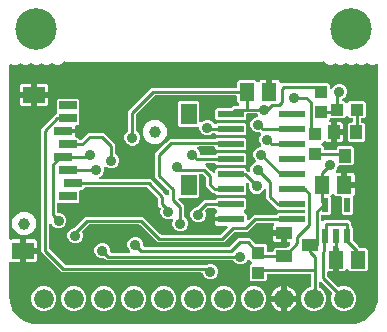
<source format=gbr>
G04 EAGLE Gerber RS-274X export*
G75*
%MOMM*%
%FSLAX34Y34*%
%LPD*%
%INTop Copper*%
%IPPOS*%
%AMOC8*
5,1,8,0,0,1.08239X$1,22.5*%
G01*
%ADD10C,1.000000*%
%ADD11R,1.400000X1.000000*%
%ADD12R,1.000000X1.075000*%
%ADD13R,1.900000X1.400000*%
%ADD14R,1.400000X1.800000*%
%ADD15R,1.500000X0.700000*%
%ADD16R,1.240000X1.500000*%
%ADD17R,2.200000X0.600000*%
%ADD18R,0.550000X1.200000*%
%ADD19R,1.000000X1.200000*%
%ADD20R,1.075000X1.000000*%
%ADD21C,1.676400*%
%ADD22C,3.516000*%
%ADD23C,0.906400*%
%ADD24C,0.254000*%

G36*
X276882Y-85087D02*
X276882Y-85087D01*
X276960Y-85085D01*
X280337Y-84820D01*
X280405Y-84806D01*
X280474Y-84801D01*
X280630Y-84761D01*
X287054Y-82674D01*
X287161Y-82624D01*
X287272Y-82580D01*
X287323Y-82547D01*
X287342Y-82539D01*
X287357Y-82526D01*
X287408Y-82494D01*
X292872Y-78523D01*
X292959Y-78442D01*
X293006Y-78403D01*
X293012Y-78399D01*
X293013Y-78398D01*
X293051Y-78366D01*
X293089Y-78320D01*
X293104Y-78306D01*
X293115Y-78288D01*
X293153Y-78242D01*
X297124Y-72778D01*
X297181Y-72674D01*
X297245Y-72574D01*
X297267Y-72517D01*
X297277Y-72499D01*
X297282Y-72479D01*
X297304Y-72424D01*
X299391Y-66000D01*
X299404Y-65932D01*
X299427Y-65866D01*
X299450Y-65707D01*
X299715Y-62330D01*
X299715Y-62326D01*
X299716Y-62323D01*
X299715Y-62304D01*
X299719Y-62230D01*
X299719Y133907D01*
X299713Y133956D01*
X299715Y134006D01*
X299693Y134114D01*
X299679Y134223D01*
X299661Y134269D01*
X299651Y134317D01*
X299603Y134416D01*
X299562Y134518D01*
X299533Y134558D01*
X299511Y134603D01*
X299440Y134687D01*
X299376Y134776D01*
X299337Y134807D01*
X299305Y134845D01*
X299215Y134908D01*
X299131Y134978D01*
X299086Y135000D01*
X299045Y135028D01*
X298942Y135067D01*
X298843Y135114D01*
X298794Y135123D01*
X298748Y135141D01*
X298638Y135153D01*
X298531Y135174D01*
X298481Y135171D01*
X298432Y135176D01*
X298323Y135161D01*
X298213Y135154D01*
X298166Y135139D01*
X298117Y135132D01*
X297964Y135080D01*
X295742Y134159D01*
X293538Y134159D01*
X291501Y135003D01*
X291093Y135412D01*
X291006Y135479D01*
X290965Y135517D01*
X290956Y135522D01*
X290909Y135563D01*
X290873Y135582D01*
X290841Y135607D01*
X290732Y135654D01*
X290626Y135708D01*
X290587Y135717D01*
X290549Y135733D01*
X290432Y135752D01*
X290316Y135778D01*
X290275Y135777D01*
X290235Y135783D01*
X290117Y135772D01*
X289998Y135768D01*
X289959Y135757D01*
X289919Y135753D01*
X289807Y135713D01*
X289692Y135680D01*
X289657Y135659D01*
X289619Y135645D01*
X289521Y135579D01*
X289418Y135518D01*
X289373Y135478D01*
X289356Y135467D01*
X289343Y135452D01*
X289298Y135412D01*
X288889Y135003D01*
X286852Y134159D01*
X284648Y134159D01*
X282611Y135003D01*
X282203Y135412D01*
X282116Y135479D01*
X282075Y135517D01*
X282066Y135522D01*
X282019Y135563D01*
X281983Y135582D01*
X281951Y135607D01*
X281842Y135654D01*
X281736Y135708D01*
X281697Y135717D01*
X281659Y135733D01*
X281542Y135752D01*
X281426Y135778D01*
X281385Y135777D01*
X281345Y135783D01*
X281227Y135772D01*
X281108Y135768D01*
X281069Y135757D01*
X281029Y135753D01*
X280917Y135713D01*
X280802Y135680D01*
X280767Y135659D01*
X280729Y135645D01*
X280631Y135579D01*
X280528Y135518D01*
X280483Y135478D01*
X280466Y135467D01*
X280453Y135452D01*
X280408Y135412D01*
X279999Y135003D01*
X277962Y134159D01*
X275758Y134159D01*
X273721Y135003D01*
X273313Y135412D01*
X273226Y135479D01*
X273185Y135517D01*
X273176Y135522D01*
X273129Y135563D01*
X273093Y135582D01*
X273061Y135607D01*
X272952Y135654D01*
X272846Y135708D01*
X272807Y135717D01*
X272769Y135733D01*
X272652Y135752D01*
X272536Y135778D01*
X272495Y135777D01*
X272455Y135783D01*
X272337Y135772D01*
X272218Y135768D01*
X272179Y135757D01*
X272139Y135753D01*
X272027Y135713D01*
X271912Y135680D01*
X271877Y135659D01*
X271839Y135645D01*
X271741Y135579D01*
X271638Y135518D01*
X271593Y135478D01*
X271576Y135467D01*
X271563Y135452D01*
X271518Y135412D01*
X271109Y135003D01*
X269072Y134159D01*
X266868Y134159D01*
X264831Y135003D01*
X264423Y135412D01*
X264336Y135479D01*
X264295Y135517D01*
X264286Y135522D01*
X264239Y135563D01*
X264203Y135582D01*
X264171Y135607D01*
X264062Y135654D01*
X263956Y135708D01*
X263917Y135717D01*
X263879Y135733D01*
X263762Y135752D01*
X263646Y135778D01*
X263605Y135777D01*
X263565Y135783D01*
X263447Y135772D01*
X263328Y135768D01*
X263289Y135757D01*
X263249Y135753D01*
X263137Y135713D01*
X263022Y135680D01*
X262987Y135659D01*
X262949Y135645D01*
X262851Y135579D01*
X262748Y135518D01*
X262703Y135478D01*
X262686Y135467D01*
X262673Y135452D01*
X262628Y135412D01*
X262219Y135003D01*
X260182Y134159D01*
X257978Y134159D01*
X255941Y135003D01*
X254379Y136565D01*
X254362Y136595D01*
X254345Y136642D01*
X254284Y136732D01*
X254229Y136828D01*
X254195Y136864D01*
X254167Y136905D01*
X254084Y136977D01*
X254008Y137056D01*
X253966Y137082D01*
X253928Y137115D01*
X253831Y137165D01*
X253737Y137223D01*
X253689Y137237D01*
X253645Y137260D01*
X253538Y137284D01*
X253433Y137316D01*
X253383Y137319D01*
X253335Y137330D01*
X253225Y137326D01*
X253115Y137331D01*
X253067Y137321D01*
X253017Y137320D01*
X252912Y137289D01*
X252804Y137267D01*
X252759Y137245D01*
X252711Y137231D01*
X252617Y137176D01*
X252583Y137159D01*
X34450Y137159D01*
X34406Y137178D01*
X34365Y137206D01*
X34261Y137241D01*
X34160Y137285D01*
X34111Y137293D01*
X34064Y137309D01*
X33954Y137317D01*
X33846Y137335D01*
X33797Y137330D01*
X33747Y137334D01*
X33639Y137315D01*
X33530Y137305D01*
X33483Y137288D01*
X33434Y137280D01*
X33334Y137234D01*
X33230Y137197D01*
X33189Y137169D01*
X33144Y137149D01*
X33058Y137080D01*
X32967Y137019D01*
X32934Y136981D01*
X32895Y136950D01*
X32829Y136863D01*
X32757Y136780D01*
X32734Y136736D01*
X32704Y136696D01*
X32639Y136563D01*
X31079Y135003D01*
X29042Y134159D01*
X26838Y134159D01*
X24801Y135003D01*
X24393Y135412D01*
X24306Y135479D01*
X24265Y135517D01*
X24256Y135522D01*
X24209Y135563D01*
X24173Y135582D01*
X24141Y135607D01*
X24032Y135654D01*
X23926Y135708D01*
X23887Y135717D01*
X23849Y135733D01*
X23732Y135752D01*
X23616Y135778D01*
X23575Y135777D01*
X23535Y135783D01*
X23417Y135772D01*
X23298Y135768D01*
X23259Y135757D01*
X23219Y135753D01*
X23107Y135713D01*
X22992Y135680D01*
X22957Y135659D01*
X22919Y135645D01*
X22821Y135579D01*
X22718Y135518D01*
X22673Y135478D01*
X22656Y135467D01*
X22643Y135452D01*
X22598Y135412D01*
X22189Y135003D01*
X20152Y134159D01*
X17948Y134159D01*
X15911Y135003D01*
X15503Y135412D01*
X15416Y135479D01*
X15375Y135517D01*
X15366Y135522D01*
X15319Y135563D01*
X15283Y135582D01*
X15251Y135607D01*
X15142Y135654D01*
X15036Y135708D01*
X14997Y135717D01*
X14959Y135733D01*
X14842Y135752D01*
X14726Y135778D01*
X14685Y135777D01*
X14645Y135783D01*
X14527Y135772D01*
X14408Y135768D01*
X14369Y135757D01*
X14329Y135753D01*
X14217Y135713D01*
X14102Y135680D01*
X14067Y135659D01*
X14029Y135645D01*
X13931Y135579D01*
X13828Y135518D01*
X13783Y135478D01*
X13766Y135467D01*
X13753Y135452D01*
X13708Y135412D01*
X13299Y135003D01*
X11262Y134159D01*
X9058Y134159D01*
X7021Y135003D01*
X6613Y135412D01*
X6526Y135479D01*
X6485Y135517D01*
X6476Y135522D01*
X6429Y135563D01*
X6393Y135582D01*
X6361Y135607D01*
X6252Y135654D01*
X6146Y135708D01*
X6107Y135717D01*
X6069Y135733D01*
X5952Y135752D01*
X5836Y135778D01*
X5795Y135777D01*
X5755Y135783D01*
X5637Y135772D01*
X5518Y135768D01*
X5479Y135757D01*
X5439Y135753D01*
X5327Y135713D01*
X5212Y135680D01*
X5177Y135659D01*
X5139Y135645D01*
X5041Y135579D01*
X4938Y135518D01*
X4893Y135478D01*
X4876Y135467D01*
X4863Y135452D01*
X4818Y135412D01*
X4409Y135003D01*
X2372Y134159D01*
X168Y134159D01*
X-1869Y135003D01*
X-2277Y135412D01*
X-2364Y135479D01*
X-2405Y135517D01*
X-2414Y135522D01*
X-2461Y135563D01*
X-2497Y135582D01*
X-2529Y135607D01*
X-2638Y135654D01*
X-2744Y135708D01*
X-2783Y135717D01*
X-2821Y135733D01*
X-2938Y135752D01*
X-3054Y135778D01*
X-3095Y135777D01*
X-3135Y135783D01*
X-3253Y135772D01*
X-3372Y135768D01*
X-3411Y135757D01*
X-3451Y135753D01*
X-3563Y135713D01*
X-3678Y135680D01*
X-3713Y135659D01*
X-3751Y135645D01*
X-3849Y135579D01*
X-3952Y135518D01*
X-3997Y135478D01*
X-4014Y135467D01*
X-4027Y135452D01*
X-4072Y135412D01*
X-4481Y135003D01*
X-6518Y134159D01*
X-8722Y134159D01*
X-10944Y135080D01*
X-10992Y135093D01*
X-11037Y135114D01*
X-11145Y135135D01*
X-11251Y135164D01*
X-11301Y135164D01*
X-11350Y135174D01*
X-11459Y135167D01*
X-11569Y135169D01*
X-11617Y135157D01*
X-11667Y135154D01*
X-11771Y135120D01*
X-11878Y135095D01*
X-11922Y135071D01*
X-11969Y135056D01*
X-12062Y134997D01*
X-12159Y134946D01*
X-12196Y134912D01*
X-12238Y134886D01*
X-12313Y134806D01*
X-12395Y134732D01*
X-12422Y134690D01*
X-12456Y134654D01*
X-12509Y134558D01*
X-12569Y134466D01*
X-12586Y134419D01*
X-12610Y134376D01*
X-12637Y134269D01*
X-12673Y134165D01*
X-12677Y134116D01*
X-12689Y134068D01*
X-12699Y133907D01*
X-12699Y-12304D01*
X-12684Y-12429D01*
X-12674Y-12554D01*
X-12664Y-12586D01*
X-12659Y-12620D01*
X-12613Y-12737D01*
X-12573Y-12856D01*
X-12555Y-12884D01*
X-12542Y-12916D01*
X-12469Y-13017D01*
X-12400Y-13123D01*
X-12375Y-13146D01*
X-12356Y-13173D01*
X-12259Y-13253D01*
X-12166Y-13338D01*
X-12137Y-13354D01*
X-12111Y-13376D01*
X-11997Y-13429D01*
X-11886Y-13489D01*
X-11853Y-13497D01*
X-11823Y-13511D01*
X-11699Y-13535D01*
X-11577Y-13565D01*
X-11544Y-13565D01*
X-11511Y-13571D01*
X-11385Y-13563D01*
X-11259Y-13562D01*
X-11211Y-13552D01*
X-11193Y-13551D01*
X-11173Y-13545D01*
X-11101Y-13530D01*
X-10724Y-13429D01*
X-3429Y-13429D01*
X-3429Y-21700D01*
X-3414Y-21818D01*
X-3407Y-21937D01*
X-3394Y-21975D01*
X-3389Y-22015D01*
X-3345Y-22126D01*
X-3309Y-22239D01*
X-3287Y-22274D01*
X-3272Y-22311D01*
X-3202Y-22407D01*
X-3139Y-22508D01*
X-3109Y-22536D01*
X-3085Y-22568D01*
X-2994Y-22644D01*
X-2907Y-22726D01*
X-2872Y-22745D01*
X-2840Y-22771D01*
X-2733Y-22822D01*
X-2629Y-22879D01*
X-2589Y-22890D01*
X-2553Y-22907D01*
X-2436Y-22929D01*
X-2321Y-22959D01*
X-2260Y-22963D01*
X-2240Y-22967D01*
X-2220Y-22965D01*
X-2160Y-22969D01*
X-889Y-22969D01*
X-889Y-22971D01*
X-2160Y-22971D01*
X-2278Y-22986D01*
X-2397Y-22993D01*
X-2435Y-23006D01*
X-2475Y-23011D01*
X-2586Y-23055D01*
X-2699Y-23091D01*
X-2734Y-23113D01*
X-2771Y-23128D01*
X-2867Y-23198D01*
X-2968Y-23261D01*
X-2996Y-23291D01*
X-3028Y-23315D01*
X-3104Y-23406D01*
X-3186Y-23493D01*
X-3205Y-23528D01*
X-3231Y-23560D01*
X-3282Y-23667D01*
X-3339Y-23771D01*
X-3350Y-23811D01*
X-3367Y-23847D01*
X-3389Y-23964D01*
X-3419Y-24079D01*
X-3423Y-24140D01*
X-3427Y-24160D01*
X-3425Y-24180D01*
X-3429Y-24240D01*
X-3429Y-32511D01*
X-10724Y-32511D01*
X-11101Y-32410D01*
X-11226Y-32393D01*
X-11350Y-32369D01*
X-11383Y-32371D01*
X-11417Y-32367D01*
X-11542Y-32381D01*
X-11667Y-32389D01*
X-11699Y-32399D01*
X-11732Y-32403D01*
X-11850Y-32448D01*
X-11969Y-32487D01*
X-11998Y-32505D01*
X-12029Y-32517D01*
X-12132Y-32590D01*
X-12238Y-32657D01*
X-12261Y-32681D01*
X-12289Y-32701D01*
X-12370Y-32797D01*
X-12456Y-32889D01*
X-12472Y-32918D01*
X-12494Y-32944D01*
X-12549Y-33057D01*
X-12610Y-33167D01*
X-12618Y-33200D01*
X-12633Y-33230D01*
X-12658Y-33353D01*
X-12689Y-33475D01*
X-12692Y-33524D01*
X-12696Y-33542D01*
X-12695Y-33564D01*
X-12699Y-33636D01*
X-12699Y-62230D01*
X-12697Y-62252D01*
X-12695Y-62330D01*
X-12430Y-65707D01*
X-12416Y-65775D01*
X-12411Y-65844D01*
X-12371Y-66000D01*
X-10284Y-72424D01*
X-10234Y-72531D01*
X-10190Y-72642D01*
X-10157Y-72693D01*
X-10149Y-72712D01*
X-10136Y-72727D01*
X-10104Y-72778D01*
X-6133Y-78242D01*
X-6113Y-78264D01*
X-6102Y-78282D01*
X-6056Y-78325D01*
X-6052Y-78329D01*
X-5976Y-78421D01*
X-5930Y-78459D01*
X-5916Y-78474D01*
X-5898Y-78485D01*
X-5852Y-78523D01*
X-388Y-82494D01*
X-284Y-82551D01*
X-184Y-82615D01*
X-127Y-82637D01*
X-109Y-82647D01*
X-89Y-82652D01*
X-34Y-82674D01*
X6390Y-84761D01*
X6458Y-84774D01*
X6524Y-84797D01*
X6683Y-84820D01*
X10060Y-85085D01*
X10082Y-85084D01*
X10160Y-85089D01*
X276860Y-85089D01*
X276882Y-85087D01*
G37*
%LPC*%
G36*
X243038Y-73915D02*
X243038Y-73915D01*
X239211Y-72329D01*
X236281Y-69399D01*
X234695Y-65572D01*
X234695Y-61428D01*
X236281Y-57601D01*
X239211Y-54671D01*
X242294Y-53394D01*
X242319Y-53379D01*
X242347Y-53370D01*
X242457Y-53301D01*
X242570Y-53236D01*
X242591Y-53216D01*
X242616Y-53200D01*
X242705Y-53105D01*
X242798Y-53015D01*
X242814Y-52990D01*
X242834Y-52968D01*
X242897Y-52855D01*
X242965Y-52744D01*
X242973Y-52716D01*
X242988Y-52690D01*
X243020Y-52564D01*
X243058Y-52440D01*
X243060Y-52410D01*
X243067Y-52382D01*
X243077Y-52221D01*
X243077Y-43942D01*
X243062Y-43824D01*
X243055Y-43705D01*
X243042Y-43667D01*
X243037Y-43626D01*
X242994Y-43516D01*
X242957Y-43403D01*
X242935Y-43368D01*
X242920Y-43331D01*
X242851Y-43235D01*
X242787Y-43134D01*
X242757Y-43106D01*
X242734Y-43073D01*
X242642Y-42997D01*
X242555Y-42916D01*
X242520Y-42896D01*
X242489Y-42871D01*
X242381Y-42820D01*
X242277Y-42762D01*
X242237Y-42752D01*
X242201Y-42735D01*
X242084Y-42713D01*
X241969Y-42683D01*
X241909Y-42679D01*
X241889Y-42675D01*
X241868Y-42677D01*
X241808Y-42673D01*
X206422Y-42673D01*
X206304Y-42688D01*
X206185Y-42695D01*
X206147Y-42708D01*
X206106Y-42713D01*
X205996Y-42756D01*
X205883Y-42793D01*
X205848Y-42815D01*
X205811Y-42830D01*
X205715Y-42899D01*
X205614Y-42963D01*
X205586Y-42993D01*
X205553Y-43016D01*
X205477Y-43108D01*
X205396Y-43195D01*
X205376Y-43230D01*
X205351Y-43261D01*
X205300Y-43369D01*
X205242Y-43473D01*
X205232Y-43513D01*
X205215Y-43549D01*
X205193Y-43666D01*
X205163Y-43781D01*
X205159Y-43841D01*
X205155Y-43861D01*
X205157Y-43882D01*
X205153Y-43942D01*
X205153Y-47737D01*
X203962Y-48928D01*
X192278Y-48928D01*
X191087Y-47737D01*
X191087Y-35303D01*
X192473Y-33917D01*
X192546Y-33823D01*
X192625Y-33734D01*
X192643Y-33698D01*
X192668Y-33666D01*
X192715Y-33557D01*
X192769Y-33451D01*
X192778Y-33412D01*
X192794Y-33374D01*
X192813Y-33257D01*
X192839Y-33141D01*
X192838Y-33100D01*
X192844Y-33060D01*
X192833Y-32942D01*
X192829Y-32823D01*
X192818Y-32784D01*
X192814Y-32744D01*
X192774Y-32631D01*
X192741Y-32517D01*
X192720Y-32482D01*
X192707Y-32444D01*
X192640Y-32346D01*
X192579Y-32243D01*
X192539Y-32198D01*
X192528Y-32181D01*
X192513Y-32168D01*
X192473Y-32122D01*
X190832Y-30482D01*
X190793Y-30451D01*
X190760Y-30415D01*
X190668Y-30354D01*
X190581Y-30287D01*
X190535Y-30267D01*
X190494Y-30240D01*
X190390Y-30204D01*
X190289Y-30161D01*
X190240Y-30153D01*
X190193Y-30137D01*
X190084Y-30128D01*
X189975Y-30111D01*
X189925Y-30116D01*
X189876Y-30112D01*
X189768Y-30130D01*
X189658Y-30141D01*
X189612Y-30157D01*
X189563Y-30166D01*
X189463Y-30211D01*
X189359Y-30248D01*
X189318Y-30276D01*
X189273Y-30297D01*
X189187Y-30365D01*
X189096Y-30427D01*
X189063Y-30464D01*
X189024Y-30495D01*
X188958Y-30583D01*
X188886Y-30665D01*
X188863Y-30709D01*
X188833Y-30749D01*
X188762Y-30894D01*
X188445Y-31659D01*
X186599Y-33505D01*
X184186Y-34505D01*
X181574Y-34505D01*
X179161Y-33505D01*
X177271Y-31614D01*
X177192Y-31554D01*
X177120Y-31486D01*
X177067Y-31457D01*
X177019Y-31420D01*
X176928Y-31380D01*
X176842Y-31332D01*
X176783Y-31317D01*
X176727Y-31293D01*
X176629Y-31278D01*
X176534Y-31253D01*
X176434Y-31247D01*
X176413Y-31243D01*
X176401Y-31245D01*
X176373Y-31243D01*
X69752Y-31243D01*
X68306Y-29796D01*
X68227Y-29736D01*
X68155Y-29668D01*
X68102Y-29639D01*
X68054Y-29602D01*
X67963Y-29562D01*
X67877Y-29514D01*
X67818Y-29499D01*
X67763Y-29475D01*
X67665Y-29460D01*
X67569Y-29435D01*
X67469Y-29429D01*
X67448Y-29425D01*
X67436Y-29427D01*
X67408Y-29425D01*
X64734Y-29425D01*
X62321Y-28425D01*
X60475Y-26579D01*
X59475Y-24166D01*
X59475Y-21554D01*
X60475Y-19141D01*
X62321Y-17295D01*
X64734Y-16295D01*
X67346Y-16295D01*
X69759Y-17295D01*
X71605Y-19141D01*
X72605Y-21554D01*
X72605Y-23368D01*
X72620Y-23486D01*
X72627Y-23605D01*
X72640Y-23643D01*
X72645Y-23684D01*
X72688Y-23794D01*
X72725Y-23907D01*
X72747Y-23942D01*
X72762Y-23979D01*
X72832Y-24076D01*
X72895Y-24176D01*
X72925Y-24204D01*
X72948Y-24237D01*
X73040Y-24313D01*
X73127Y-24394D01*
X73162Y-24414D01*
X73193Y-24439D01*
X73301Y-24490D01*
X73405Y-24548D01*
X73445Y-24558D01*
X73481Y-24575D01*
X73598Y-24597D01*
X73713Y-24627D01*
X73773Y-24631D01*
X73793Y-24635D01*
X73814Y-24633D01*
X73874Y-24637D01*
X88489Y-24637D01*
X88627Y-24620D01*
X88765Y-24607D01*
X88784Y-24600D01*
X88805Y-24597D01*
X88934Y-24546D01*
X89065Y-24499D01*
X89082Y-24488D01*
X89100Y-24480D01*
X89213Y-24399D01*
X89328Y-24321D01*
X89341Y-24305D01*
X89358Y-24294D01*
X89446Y-24186D01*
X89538Y-24082D01*
X89548Y-24064D01*
X89560Y-24049D01*
X89620Y-23923D01*
X89683Y-23799D01*
X89687Y-23779D01*
X89696Y-23761D01*
X89722Y-23624D01*
X89753Y-23489D01*
X89752Y-23468D01*
X89756Y-23449D01*
X89747Y-23310D01*
X89743Y-23171D01*
X89737Y-23151D01*
X89736Y-23131D01*
X89693Y-22999D01*
X89655Y-22865D01*
X89644Y-22848D01*
X89638Y-22829D01*
X89564Y-22711D01*
X89493Y-22591D01*
X89474Y-22570D01*
X89468Y-22560D01*
X89453Y-22546D01*
X89387Y-22471D01*
X88415Y-21499D01*
X87415Y-19086D01*
X87415Y-16474D01*
X88415Y-14061D01*
X90261Y-12215D01*
X92674Y-11215D01*
X95286Y-11215D01*
X97699Y-12215D01*
X99545Y-14061D01*
X100545Y-16474D01*
X100545Y-18288D01*
X100560Y-18406D01*
X100567Y-18525D01*
X100580Y-18563D01*
X100585Y-18604D01*
X100628Y-18714D01*
X100665Y-18827D01*
X100687Y-18862D01*
X100702Y-18899D01*
X100771Y-18995D01*
X100835Y-19096D01*
X100865Y-19124D01*
X100888Y-19157D01*
X100980Y-19233D01*
X101067Y-19314D01*
X101102Y-19334D01*
X101133Y-19359D01*
X101241Y-19410D01*
X101345Y-19468D01*
X101385Y-19478D01*
X101421Y-19495D01*
X101538Y-19517D01*
X101653Y-19547D01*
X101713Y-19551D01*
X101733Y-19555D01*
X101754Y-19553D01*
X101814Y-19557D01*
X173366Y-19557D01*
X173464Y-19545D01*
X173563Y-19542D01*
X173622Y-19525D01*
X173682Y-19517D01*
X173774Y-19481D01*
X173869Y-19453D01*
X173921Y-19423D01*
X173977Y-19400D01*
X174057Y-19342D01*
X174143Y-19292D01*
X174218Y-19226D01*
X174235Y-19214D01*
X174243Y-19204D01*
X174264Y-19186D01*
X181122Y-12327D01*
X190598Y-12327D01*
X195011Y-16741D01*
X195090Y-16801D01*
X195162Y-16869D01*
X195215Y-16898D01*
X195263Y-16935D01*
X195354Y-16975D01*
X195440Y-17023D01*
X195499Y-17038D01*
X195554Y-17062D01*
X195652Y-17077D01*
X195748Y-17102D01*
X195848Y-17108D01*
X195869Y-17112D01*
X195881Y-17110D01*
X195909Y-17112D01*
X203962Y-17112D01*
X205153Y-18303D01*
X205153Y-22708D01*
X205168Y-22826D01*
X205175Y-22945D01*
X205188Y-22983D01*
X205193Y-23024D01*
X205236Y-23134D01*
X205273Y-23247D01*
X205295Y-23282D01*
X205310Y-23319D01*
X205379Y-23415D01*
X205443Y-23516D01*
X205473Y-23544D01*
X205496Y-23577D01*
X205588Y-23653D01*
X205675Y-23734D01*
X205710Y-23754D01*
X205741Y-23779D01*
X205849Y-23830D01*
X205953Y-23888D01*
X205993Y-23898D01*
X206029Y-23915D01*
X206146Y-23937D01*
X206261Y-23967D01*
X206321Y-23971D01*
X206341Y-23975D01*
X206362Y-23973D01*
X206422Y-23977D01*
X209838Y-23977D01*
X209956Y-23962D01*
X210075Y-23955D01*
X210113Y-23942D01*
X210154Y-23937D01*
X210264Y-23894D01*
X210377Y-23857D01*
X210412Y-23835D01*
X210449Y-23820D01*
X210545Y-23751D01*
X210646Y-23687D01*
X210674Y-23657D01*
X210707Y-23634D01*
X210783Y-23542D01*
X210864Y-23455D01*
X210884Y-23420D01*
X210909Y-23389D01*
X210960Y-23281D01*
X211018Y-23177D01*
X211028Y-23137D01*
X211045Y-23101D01*
X211067Y-22984D01*
X211097Y-22869D01*
X211101Y-22809D01*
X211105Y-22789D01*
X211103Y-22768D01*
X211107Y-22708D01*
X211107Y-21438D01*
X212298Y-20247D01*
X222206Y-20247D01*
X222304Y-20235D01*
X222403Y-20232D01*
X222462Y-20215D01*
X222522Y-20207D01*
X222614Y-20171D01*
X222709Y-20143D01*
X222761Y-20113D01*
X222817Y-20090D01*
X222897Y-20032D01*
X222983Y-19982D01*
X223058Y-19916D01*
X223075Y-19904D01*
X223083Y-19894D01*
X223104Y-19876D01*
X224992Y-17987D01*
X225077Y-17878D01*
X225166Y-17771D01*
X225174Y-17752D01*
X225187Y-17736D01*
X225242Y-17608D01*
X225301Y-17483D01*
X225305Y-17463D01*
X225313Y-17444D01*
X225335Y-17306D01*
X225361Y-17170D01*
X225360Y-17150D01*
X225363Y-17130D01*
X225350Y-16991D01*
X225341Y-16853D01*
X225335Y-16834D01*
X225333Y-16814D01*
X225286Y-16682D01*
X225243Y-16551D01*
X225232Y-16533D01*
X225225Y-16514D01*
X225147Y-16399D01*
X225073Y-16282D01*
X225058Y-16268D01*
X225047Y-16251D01*
X224943Y-16159D01*
X224841Y-16064D01*
X224824Y-16054D01*
X224808Y-16041D01*
X224684Y-15977D01*
X224563Y-15910D01*
X224543Y-15905D01*
X224525Y-15896D01*
X224389Y-15866D01*
X224255Y-15831D01*
X224227Y-15829D01*
X224215Y-15826D01*
X224194Y-15827D01*
X224094Y-15821D01*
X222639Y-15821D01*
X222639Y-9510D01*
X222624Y-9392D01*
X222617Y-9273D01*
X222604Y-9235D01*
X222599Y-9195D01*
X222556Y-9084D01*
X222519Y-8971D01*
X222497Y-8937D01*
X222482Y-8899D01*
X222413Y-8803D01*
X222349Y-8702D01*
X222319Y-8674D01*
X222296Y-8642D01*
X222204Y-8566D01*
X222117Y-8484D01*
X222082Y-8465D01*
X222051Y-8439D01*
X221943Y-8388D01*
X221839Y-8331D01*
X221799Y-8321D01*
X221763Y-8303D01*
X221646Y-8281D01*
X221531Y-8251D01*
X221471Y-8247D01*
X221451Y-8244D01*
X221430Y-8245D01*
X221370Y-8241D01*
X220179Y-8241D01*
X220179Y-7050D01*
X220164Y-6932D01*
X220157Y-6813D01*
X220144Y-6775D01*
X220139Y-6734D01*
X220095Y-6624D01*
X220059Y-6511D01*
X220037Y-6476D01*
X220022Y-6439D01*
X219952Y-6342D01*
X219889Y-6242D01*
X219859Y-6214D01*
X219835Y-6181D01*
X219744Y-6105D01*
X219657Y-6024D01*
X219622Y-6004D01*
X219590Y-5979D01*
X219483Y-5928D01*
X219378Y-5870D01*
X219339Y-5860D01*
X219303Y-5843D01*
X219186Y-5821D01*
X219070Y-5791D01*
X219010Y-5787D01*
X218990Y-5783D01*
X218970Y-5785D01*
X218910Y-5781D01*
X210599Y-5781D01*
X210599Y-2946D01*
X210772Y-2299D01*
X211107Y-1720D01*
X211167Y-1660D01*
X211252Y-1550D01*
X211341Y-1443D01*
X211350Y-1424D01*
X211362Y-1408D01*
X211418Y-1280D01*
X211477Y-1155D01*
X211481Y-1135D01*
X211489Y-1116D01*
X211511Y-979D01*
X211537Y-842D01*
X211535Y-822D01*
X211539Y-802D01*
X211526Y-664D01*
X211517Y-525D01*
X211511Y-506D01*
X211509Y-486D01*
X211462Y-355D01*
X211419Y-223D01*
X211408Y-205D01*
X211401Y-186D01*
X211323Y-72D01*
X211249Y46D01*
X211234Y60D01*
X211223Y77D01*
X211118Y169D01*
X211017Y264D01*
X210999Y274D01*
X210984Y287D01*
X210860Y350D01*
X210739Y418D01*
X210719Y423D01*
X210701Y432D01*
X210565Y462D01*
X210431Y497D01*
X210403Y499D01*
X210391Y502D01*
X210370Y501D01*
X210270Y507D01*
X197474Y507D01*
X197376Y495D01*
X197277Y492D01*
X197218Y475D01*
X197158Y467D01*
X197066Y431D01*
X196971Y403D01*
X196919Y373D01*
X196863Y350D01*
X196783Y292D01*
X196697Y242D01*
X196622Y176D01*
X196605Y164D01*
X196597Y154D01*
X196576Y136D01*
X189328Y-7113D01*
X178424Y-7113D01*
X178326Y-7125D01*
X178227Y-7128D01*
X178168Y-7145D01*
X178108Y-7153D01*
X178016Y-7189D01*
X177921Y-7217D01*
X177869Y-7247D01*
X177813Y-7270D01*
X177733Y-7328D01*
X177647Y-7378D01*
X177572Y-7444D01*
X177555Y-7456D01*
X177547Y-7466D01*
X177526Y-7484D01*
X169008Y-16003D01*
X112932Y-16003D01*
X98064Y-1134D01*
X97985Y-1074D01*
X97913Y-1006D01*
X97860Y-977D01*
X97812Y-940D01*
X97721Y-900D01*
X97635Y-852D01*
X97576Y-837D01*
X97521Y-813D01*
X97423Y-798D01*
X97327Y-773D01*
X97227Y-767D01*
X97206Y-763D01*
X97194Y-765D01*
X97166Y-763D01*
X55234Y-763D01*
X55136Y-775D01*
X55037Y-778D01*
X54978Y-795D01*
X54918Y-803D01*
X54826Y-839D01*
X54731Y-867D01*
X54679Y-897D01*
X54623Y-920D01*
X54543Y-978D01*
X54457Y-1028D01*
X54382Y-1094D01*
X54365Y-1106D01*
X54357Y-1116D01*
X54336Y-1134D01*
X49428Y-6043D01*
X49410Y-6066D01*
X49388Y-6085D01*
X49313Y-6191D01*
X49233Y-6294D01*
X49222Y-6321D01*
X49205Y-6345D01*
X49158Y-6467D01*
X49107Y-6586D01*
X49102Y-6615D01*
X49092Y-6642D01*
X49077Y-6772D01*
X49057Y-6900D01*
X49060Y-6929D01*
X49057Y-6959D01*
X49075Y-7087D01*
X49087Y-7216D01*
X49097Y-7244D01*
X49101Y-7273D01*
X49153Y-7426D01*
X49745Y-8854D01*
X49745Y-11466D01*
X48745Y-13879D01*
X46899Y-15725D01*
X44486Y-16725D01*
X41874Y-16725D01*
X39461Y-15725D01*
X37615Y-13879D01*
X36615Y-11466D01*
X36615Y-8854D01*
X37615Y-6441D01*
X39461Y-4595D01*
X41874Y-3595D01*
X42008Y-3595D01*
X42106Y-3583D01*
X42205Y-3580D01*
X42264Y-3563D01*
X42324Y-3555D01*
X42416Y-3519D01*
X42511Y-3491D01*
X42563Y-3461D01*
X42619Y-3438D01*
X42699Y-3380D01*
X42785Y-3330D01*
X42860Y-3264D01*
X42877Y-3252D01*
X42885Y-3242D01*
X42906Y-3224D01*
X51972Y5843D01*
X100428Y5843D01*
X115296Y-9026D01*
X115375Y-9086D01*
X115447Y-9154D01*
X115500Y-9183D01*
X115548Y-9220D01*
X115639Y-9260D01*
X115725Y-9308D01*
X115784Y-9323D01*
X115839Y-9347D01*
X115937Y-9362D01*
X116033Y-9387D01*
X116133Y-9393D01*
X116154Y-9397D01*
X116166Y-9395D01*
X116194Y-9397D01*
X165746Y-9397D01*
X165844Y-9385D01*
X165943Y-9382D01*
X166002Y-9365D01*
X166062Y-9357D01*
X166154Y-9321D01*
X166249Y-9293D01*
X166301Y-9263D01*
X166357Y-9240D01*
X166437Y-9182D01*
X166523Y-9132D01*
X166598Y-9066D01*
X166615Y-9054D01*
X166623Y-9044D01*
X166644Y-9026D01*
X171772Y-3897D01*
X171857Y-3788D01*
X171946Y-3681D01*
X171954Y-3662D01*
X171967Y-3646D01*
X172022Y-3518D01*
X172081Y-3393D01*
X172085Y-3373D01*
X172093Y-3354D01*
X172115Y-3216D01*
X172141Y-3080D01*
X172140Y-3060D01*
X172143Y-3040D01*
X172130Y-2902D01*
X172121Y-2763D01*
X172115Y-2744D01*
X172113Y-2724D01*
X172066Y-2592D01*
X172023Y-2461D01*
X172012Y-2443D01*
X172005Y-2424D01*
X171927Y-2309D01*
X171853Y-2192D01*
X171838Y-2178D01*
X171827Y-2161D01*
X171723Y-2069D01*
X171621Y-1974D01*
X171604Y-1964D01*
X171588Y-1951D01*
X171464Y-1887D01*
X171343Y-1820D01*
X171323Y-1815D01*
X171305Y-1806D01*
X171169Y-1776D01*
X171035Y-1741D01*
X171007Y-1739D01*
X170995Y-1736D01*
X170974Y-1737D01*
X170874Y-1731D01*
X163326Y-1731D01*
X162679Y-1558D01*
X162100Y-1223D01*
X161627Y-750D01*
X161292Y-171D01*
X161119Y476D01*
X161119Y2311D01*
X174430Y2311D01*
X174548Y2326D01*
X174667Y2333D01*
X174705Y2345D01*
X174745Y2351D01*
X174856Y2394D01*
X174969Y2431D01*
X175003Y2453D01*
X175041Y2468D01*
X175137Y2537D01*
X175238Y2601D01*
X175266Y2631D01*
X175298Y2654D01*
X175374Y2746D01*
X175456Y2833D01*
X175475Y2868D01*
X175501Y2899D01*
X175552Y3007D01*
X175609Y3111D01*
X175619Y3151D01*
X175637Y3187D01*
X175659Y3304D01*
X175689Y3419D01*
X175693Y3479D01*
X175696Y3499D01*
X175695Y3520D01*
X175699Y3580D01*
X175699Y4040D01*
X175684Y4158D01*
X175677Y4277D01*
X175664Y4315D01*
X175659Y4356D01*
X175615Y4466D01*
X175579Y4579D01*
X175557Y4614D01*
X175542Y4651D01*
X175472Y4747D01*
X175409Y4848D01*
X175379Y4876D01*
X175355Y4909D01*
X175264Y4985D01*
X175177Y5066D01*
X175142Y5086D01*
X175110Y5111D01*
X175003Y5162D01*
X174898Y5220D01*
X174859Y5230D01*
X174823Y5247D01*
X174706Y5269D01*
X174590Y5299D01*
X174530Y5303D01*
X174510Y5307D01*
X174490Y5305D01*
X174430Y5309D01*
X161119Y5309D01*
X161119Y7144D01*
X161292Y7791D01*
X161627Y8370D01*
X162100Y8843D01*
X162793Y9243D01*
X162893Y9319D01*
X162997Y9390D01*
X163019Y9415D01*
X163046Y9435D01*
X163124Y9534D01*
X163207Y9628D01*
X163223Y9658D01*
X163244Y9684D01*
X163295Y9800D01*
X163352Y9911D01*
X163359Y9944D01*
X163373Y9975D01*
X163394Y10099D01*
X163422Y10222D01*
X163421Y10255D01*
X163426Y10289D01*
X163416Y10414D01*
X163412Y10539D01*
X163403Y10572D01*
X163400Y10605D01*
X163358Y10724D01*
X163324Y10845D01*
X163306Y10874D01*
X163295Y10906D01*
X163226Y11011D01*
X163162Y11119D01*
X163130Y11156D01*
X163120Y11171D01*
X163103Y11185D01*
X163056Y11240D01*
X161460Y12836D01*
X161381Y12896D01*
X161309Y12964D01*
X161256Y12993D01*
X161208Y13030D01*
X161118Y13070D01*
X161031Y13118D01*
X160972Y13133D01*
X160917Y13157D01*
X160819Y13172D01*
X160723Y13197D01*
X160623Y13203D01*
X160603Y13207D01*
X160590Y13205D01*
X160562Y13207D01*
X155564Y13207D01*
X155466Y13195D01*
X155367Y13192D01*
X155308Y13175D01*
X155248Y13167D01*
X155156Y13131D01*
X155061Y13103D01*
X155009Y13073D01*
X154953Y13050D01*
X154872Y12992D01*
X154787Y12942D01*
X154712Y12876D01*
X154695Y12864D01*
X154687Y12854D01*
X154666Y12836D01*
X153568Y11737D01*
X153550Y11714D01*
X153528Y11695D01*
X153453Y11589D01*
X153373Y11486D01*
X153362Y11459D01*
X153345Y11435D01*
X153299Y11314D01*
X153247Y11194D01*
X153242Y11165D01*
X153232Y11138D01*
X153217Y11008D01*
X153197Y10880D01*
X153200Y10851D01*
X153197Y10821D01*
X153215Y10693D01*
X153227Y10564D01*
X153237Y10536D01*
X153241Y10507D01*
X153293Y10354D01*
X153885Y8926D01*
X153885Y6314D01*
X152885Y3901D01*
X151039Y2055D01*
X148626Y1055D01*
X146014Y1055D01*
X143601Y2055D01*
X141755Y3901D01*
X140755Y6314D01*
X140755Y8926D01*
X141755Y11339D01*
X143601Y13185D01*
X146014Y14185D01*
X146148Y14185D01*
X146246Y14197D01*
X146345Y14200D01*
X146404Y14217D01*
X146464Y14225D01*
X146556Y14261D01*
X146651Y14289D01*
X146703Y14319D01*
X146759Y14342D01*
X146839Y14400D01*
X146925Y14450D01*
X147000Y14516D01*
X147017Y14528D01*
X147025Y14538D01*
X147046Y14556D01*
X152302Y19813D01*
X160562Y19813D01*
X160660Y19825D01*
X160759Y19828D01*
X160818Y19845D01*
X160878Y19853D01*
X160970Y19889D01*
X161065Y19917D01*
X161117Y19947D01*
X161173Y19970D01*
X161254Y20028D01*
X161339Y20078D01*
X161414Y20144D01*
X161431Y20156D01*
X161439Y20166D01*
X161460Y20184D01*
X162818Y21543D01*
X186502Y21543D01*
X187693Y20352D01*
X187693Y12668D01*
X186264Y11240D01*
X186187Y11140D01*
X186105Y11045D01*
X186090Y11015D01*
X186069Y10988D01*
X186019Y10873D01*
X185964Y10761D01*
X185957Y10728D01*
X185943Y10697D01*
X185923Y10572D01*
X185897Y10449D01*
X185899Y10416D01*
X185893Y10383D01*
X185905Y10257D01*
X185910Y10132D01*
X185920Y10099D01*
X185923Y10066D01*
X185966Y9948D01*
X186002Y9827D01*
X186019Y9798D01*
X186031Y9767D01*
X186101Y9663D01*
X186166Y9555D01*
X186190Y9531D01*
X186209Y9503D01*
X186304Y9420D01*
X186393Y9332D01*
X186434Y9305D01*
X186448Y9293D01*
X186467Y9283D01*
X186527Y9243D01*
X187220Y8843D01*
X187693Y8370D01*
X188028Y7791D01*
X188201Y7144D01*
X188201Y4166D01*
X188218Y4028D01*
X188231Y3889D01*
X188238Y3870D01*
X188241Y3850D01*
X188292Y3721D01*
X188339Y3590D01*
X188350Y3573D01*
X188358Y3555D01*
X188439Y3442D01*
X188517Y3327D01*
X188533Y3314D01*
X188544Y3297D01*
X188652Y3208D01*
X188756Y3116D01*
X188774Y3107D01*
X188789Y3094D01*
X188915Y3035D01*
X189039Y2972D01*
X189059Y2967D01*
X189077Y2959D01*
X189213Y2933D01*
X189349Y2902D01*
X189370Y2903D01*
X189389Y2899D01*
X189528Y2908D01*
X189667Y2912D01*
X189687Y2918D01*
X189707Y2919D01*
X189839Y2962D01*
X189973Y3000D01*
X189990Y3011D01*
X190009Y3017D01*
X190127Y3091D01*
X190247Y3162D01*
X190268Y3180D01*
X190278Y3187D01*
X190292Y3202D01*
X190367Y3268D01*
X194212Y7113D01*
X212562Y7113D01*
X212660Y7125D01*
X212760Y7128D01*
X212818Y7145D01*
X212878Y7153D01*
X212970Y7189D01*
X213065Y7217D01*
X213117Y7247D01*
X213174Y7270D01*
X213254Y7328D01*
X213339Y7378D01*
X213414Y7444D01*
X213431Y7456D01*
X213439Y7466D01*
X213460Y7484D01*
X214818Y8843D01*
X236728Y8843D01*
X236846Y8858D01*
X236965Y8865D01*
X237003Y8878D01*
X237044Y8883D01*
X237154Y8926D01*
X237267Y8963D01*
X237302Y8985D01*
X237339Y9000D01*
X237435Y9069D01*
X237536Y9133D01*
X237564Y9163D01*
X237597Y9186D01*
X237673Y9278D01*
X237754Y9365D01*
X237774Y9400D01*
X237799Y9431D01*
X237850Y9539D01*
X237908Y9643D01*
X237918Y9683D01*
X237935Y9719D01*
X237957Y9836D01*
X237987Y9951D01*
X237991Y10011D01*
X237995Y10031D01*
X237993Y10052D01*
X237997Y10112D01*
X237997Y10208D01*
X237982Y10326D01*
X237975Y10445D01*
X237962Y10483D01*
X237957Y10524D01*
X237914Y10634D01*
X237877Y10747D01*
X237855Y10782D01*
X237840Y10819D01*
X237771Y10915D01*
X237707Y11016D01*
X237677Y11044D01*
X237654Y11077D01*
X237562Y11153D01*
X237475Y11234D01*
X237440Y11254D01*
X237409Y11279D01*
X237301Y11330D01*
X237197Y11388D01*
X237157Y11398D01*
X237121Y11415D01*
X237004Y11437D01*
X236889Y11467D01*
X236829Y11471D01*
X236809Y11475D01*
X236788Y11473D01*
X236728Y11477D01*
X214818Y11477D01*
X213543Y12753D01*
X213523Y12819D01*
X213493Y12871D01*
X213470Y12927D01*
X213412Y13007D01*
X213362Y13093D01*
X213296Y13168D01*
X213284Y13185D01*
X213274Y13193D01*
X213256Y13214D01*
X204977Y21492D01*
X204977Y27836D01*
X204969Y27905D01*
X204970Y27975D01*
X204949Y28062D01*
X204937Y28151D01*
X204912Y28216D01*
X204895Y28284D01*
X204853Y28363D01*
X204820Y28447D01*
X204779Y28503D01*
X204747Y28565D01*
X204686Y28632D01*
X204634Y28704D01*
X204580Y28749D01*
X204533Y28800D01*
X204458Y28850D01*
X204389Y28907D01*
X204325Y28937D01*
X204267Y28975D01*
X204182Y29004D01*
X204101Y29042D01*
X204032Y29056D01*
X203966Y29078D01*
X203877Y29085D01*
X203789Y29102D01*
X203719Y29098D01*
X203649Y29103D01*
X203561Y29088D01*
X203471Y29083D01*
X203405Y29061D01*
X203336Y29049D01*
X203254Y29012D01*
X203169Y28984D01*
X203110Y28947D01*
X203046Y28918D01*
X202976Y28862D01*
X202900Y28814D01*
X202852Y28763D01*
X202798Y28720D01*
X202743Y28648D01*
X202682Y28583D01*
X202648Y28522D01*
X202606Y28466D01*
X202535Y28321D01*
X202415Y28031D01*
X200569Y26185D01*
X198156Y25185D01*
X195544Y25185D01*
X193131Y26185D01*
X191285Y28031D01*
X190285Y30444D01*
X190285Y33118D01*
X190273Y33216D01*
X190270Y33315D01*
X190253Y33373D01*
X190245Y33434D01*
X190209Y33526D01*
X190182Y33621D01*
X190151Y33673D01*
X190128Y33729D01*
X190070Y33809D01*
X190020Y33895D01*
X189953Y33970D01*
X189942Y33987D01*
X189932Y33994D01*
X189914Y34015D01*
X189860Y34070D01*
X189750Y34155D01*
X189643Y34244D01*
X189624Y34252D01*
X189609Y34265D01*
X189480Y34320D01*
X189355Y34379D01*
X189335Y34383D01*
X189317Y34391D01*
X189179Y34413D01*
X189042Y34439D01*
X189022Y34438D01*
X189003Y34441D01*
X188864Y34428D01*
X188725Y34419D01*
X188706Y34413D01*
X188686Y34411D01*
X188555Y34364D01*
X188423Y34321D01*
X188406Y34310D01*
X188387Y34304D01*
X188272Y34226D01*
X188154Y34151D01*
X188140Y34136D01*
X188123Y34125D01*
X188031Y34021D01*
X187936Y33919D01*
X187926Y33902D01*
X187913Y33887D01*
X187850Y33763D01*
X187782Y33641D01*
X187777Y33621D01*
X187768Y33604D01*
X187738Y33468D01*
X187703Y33333D01*
X187701Y33305D01*
X187699Y33293D01*
X187699Y33273D01*
X187693Y33172D01*
X187693Y25368D01*
X186502Y24177D01*
X162818Y24177D01*
X161460Y25536D01*
X161382Y25596D01*
X161309Y25664D01*
X161256Y25693D01*
X161209Y25730D01*
X161118Y25770D01*
X161031Y25818D01*
X160972Y25833D01*
X160917Y25857D01*
X160819Y25872D01*
X160723Y25897D01*
X160623Y25903D01*
X160603Y25907D01*
X160590Y25905D01*
X160562Y25907D01*
X159922Y25907D01*
X154177Y31652D01*
X154177Y38746D01*
X154165Y38844D01*
X154162Y38943D01*
X154145Y39002D01*
X154137Y39062D01*
X154101Y39154D01*
X154073Y39249D01*
X154043Y39301D01*
X154020Y39357D01*
X153962Y39437D01*
X153912Y39523D01*
X153846Y39598D01*
X153834Y39615D01*
X153824Y39623D01*
X153806Y39644D01*
X151404Y42046D01*
X151325Y42106D01*
X151253Y42174D01*
X151200Y42203D01*
X151152Y42240D01*
X151061Y42280D01*
X150975Y42328D01*
X150916Y42343D01*
X150861Y42367D01*
X150763Y42382D01*
X150667Y42407D01*
X150567Y42413D01*
X150546Y42417D01*
X150534Y42415D01*
X150506Y42417D01*
X149412Y42417D01*
X149294Y42402D01*
X149175Y42395D01*
X149137Y42382D01*
X149096Y42377D01*
X148986Y42334D01*
X148873Y42297D01*
X148838Y42275D01*
X148801Y42260D01*
X148705Y42191D01*
X148604Y42127D01*
X148576Y42097D01*
X148543Y42074D01*
X148467Y41982D01*
X148386Y41895D01*
X148366Y41860D01*
X148341Y41829D01*
X148290Y41721D01*
X148232Y41617D01*
X148222Y41577D01*
X148205Y41541D01*
X148183Y41424D01*
X148153Y41309D01*
X148149Y41249D01*
X148145Y41229D01*
X148147Y41208D01*
X148143Y41148D01*
X148143Y23188D01*
X146952Y21997D01*
X131788Y21997D01*
X131650Y21980D01*
X131511Y21967D01*
X131492Y21960D01*
X131472Y21957D01*
X131343Y21906D01*
X131212Y21859D01*
X131195Y21848D01*
X131177Y21840D01*
X131064Y21759D01*
X130949Y21681D01*
X130936Y21665D01*
X130919Y21654D01*
X130830Y21546D01*
X130738Y21442D01*
X130729Y21424D01*
X130716Y21409D01*
X130657Y21283D01*
X130594Y21159D01*
X130589Y21139D01*
X130581Y21121D01*
X130555Y20985D01*
X130524Y20849D01*
X130525Y20828D01*
X130521Y20809D01*
X130530Y20670D01*
X130534Y20531D01*
X130540Y20511D01*
X130541Y20491D01*
X130584Y20359D01*
X130622Y20225D01*
X130633Y20208D01*
X130639Y20189D01*
X130713Y20071D01*
X130784Y19951D01*
X130802Y19930D01*
X130809Y19920D01*
X130824Y19906D01*
X130890Y19831D01*
X133076Y17644D01*
X135383Y15338D01*
X135383Y6507D01*
X135395Y6409D01*
X135398Y6310D01*
X135415Y6252D01*
X135423Y6191D01*
X135459Y6099D01*
X135487Y6004D01*
X135517Y5952D01*
X135540Y5896D01*
X135598Y5816D01*
X135648Y5730D01*
X135714Y5655D01*
X135726Y5638D01*
X135736Y5631D01*
X135754Y5609D01*
X137645Y3719D01*
X138645Y1306D01*
X138645Y-1306D01*
X137645Y-3719D01*
X135799Y-5565D01*
X133386Y-6565D01*
X130774Y-6565D01*
X128361Y-5565D01*
X126515Y-3719D01*
X125515Y-1306D01*
X125515Y1306D01*
X125962Y2383D01*
X125998Y2517D01*
X126039Y2650D01*
X126040Y2670D01*
X126045Y2690D01*
X126048Y2829D01*
X126054Y2968D01*
X126050Y2988D01*
X126051Y3008D01*
X126018Y3144D01*
X125990Y3279D01*
X125981Y3297D01*
X125976Y3317D01*
X125911Y3440D01*
X125850Y3565D01*
X125837Y3580D01*
X125828Y3598D01*
X125734Y3701D01*
X125644Y3807D01*
X125627Y3819D01*
X125614Y3834D01*
X125497Y3910D01*
X125384Y3990D01*
X125365Y3997D01*
X125348Y4008D01*
X125216Y4054D01*
X125086Y4103D01*
X125066Y4105D01*
X125047Y4112D01*
X124909Y4123D01*
X124770Y4138D01*
X124750Y4135D01*
X124730Y4137D01*
X124593Y4113D01*
X124456Y4094D01*
X124429Y4084D01*
X124417Y4082D01*
X124398Y4074D01*
X124303Y4042D01*
X123226Y3595D01*
X120614Y3595D01*
X118201Y4595D01*
X116355Y6441D01*
X115355Y8854D01*
X115355Y11466D01*
X115575Y11996D01*
X115583Y12025D01*
X115596Y12051D01*
X115625Y12178D01*
X115659Y12303D01*
X115659Y12332D01*
X115666Y12361D01*
X115662Y12491D01*
X115664Y12621D01*
X115657Y12650D01*
X115656Y12679D01*
X115620Y12804D01*
X115590Y12930D01*
X115576Y12956D01*
X115568Y12985D01*
X115502Y13096D01*
X115441Y13211D01*
X115421Y13233D01*
X115406Y13259D01*
X115300Y13379D01*
X113537Y15142D01*
X113537Y20966D01*
X113525Y21064D01*
X113522Y21163D01*
X113505Y21222D01*
X113497Y21282D01*
X113461Y21374D01*
X113433Y21469D01*
X113403Y21521D01*
X113380Y21577D01*
X113322Y21657D01*
X113272Y21743D01*
X113206Y21818D01*
X113194Y21835D01*
X113184Y21843D01*
X113166Y21864D01*
X104674Y30356D01*
X104595Y30416D01*
X104523Y30484D01*
X104470Y30513D01*
X104422Y30550D01*
X104331Y30590D01*
X104245Y30638D01*
X104186Y30653D01*
X104131Y30677D01*
X104033Y30692D01*
X103937Y30717D01*
X103837Y30723D01*
X103816Y30727D01*
X103804Y30725D01*
X103776Y30727D01*
X51912Y30727D01*
X51794Y30712D01*
X51675Y30705D01*
X51637Y30692D01*
X51596Y30687D01*
X51486Y30644D01*
X51373Y30607D01*
X51338Y30585D01*
X51301Y30570D01*
X51205Y30501D01*
X51104Y30437D01*
X51076Y30407D01*
X51043Y30384D01*
X50967Y30292D01*
X50886Y30205D01*
X50866Y30170D01*
X50841Y30139D01*
X50790Y30031D01*
X50732Y29927D01*
X50722Y29887D01*
X50705Y29851D01*
X50683Y29734D01*
X50681Y29726D01*
X49452Y28497D01*
X47912Y28497D01*
X47794Y28482D01*
X47675Y28475D01*
X47637Y28462D01*
X47596Y28457D01*
X47486Y28414D01*
X47373Y28377D01*
X47338Y28355D01*
X47301Y28340D01*
X47205Y28271D01*
X47104Y28207D01*
X47076Y28177D01*
X47043Y28154D01*
X46967Y28062D01*
X46886Y27975D01*
X46866Y27940D01*
X46841Y27909D01*
X46790Y27801D01*
X46732Y27697D01*
X46722Y27657D01*
X46705Y27621D01*
X46683Y27504D01*
X46653Y27389D01*
X46649Y27329D01*
X46645Y27309D01*
X46647Y27288D01*
X46643Y27228D01*
X46643Y18688D01*
X45452Y17497D01*
X28702Y17497D01*
X28584Y17482D01*
X28465Y17475D01*
X28427Y17462D01*
X28386Y17457D01*
X28276Y17414D01*
X28163Y17377D01*
X28128Y17355D01*
X28091Y17340D01*
X27995Y17271D01*
X27894Y17207D01*
X27866Y17177D01*
X27833Y17154D01*
X27757Y17062D01*
X27676Y16975D01*
X27656Y16940D01*
X27631Y16909D01*
X27580Y16801D01*
X27522Y16697D01*
X27512Y16657D01*
X27495Y16621D01*
X27473Y16504D01*
X27443Y16389D01*
X27439Y16329D01*
X27435Y16309D01*
X27437Y16288D01*
X27433Y16228D01*
X27433Y10374D01*
X27448Y10256D01*
X27455Y10137D01*
X27468Y10099D01*
X27473Y10058D01*
X27516Y9948D01*
X27553Y9835D01*
X27575Y9800D01*
X27590Y9763D01*
X27659Y9667D01*
X27723Y9566D01*
X27753Y9538D01*
X27776Y9505D01*
X27868Y9429D01*
X27955Y9348D01*
X27990Y9328D01*
X28021Y9303D01*
X28129Y9252D01*
X28233Y9194D01*
X28273Y9184D01*
X28309Y9167D01*
X28426Y9145D01*
X28541Y9115D01*
X28601Y9111D01*
X28621Y9107D01*
X28642Y9109D01*
X28702Y9105D01*
X30516Y9105D01*
X32929Y8105D01*
X34775Y6259D01*
X35775Y3846D01*
X35775Y1234D01*
X34775Y-1179D01*
X32929Y-3025D01*
X30516Y-4025D01*
X27904Y-4025D01*
X25491Y-3025D01*
X23645Y-1179D01*
X23525Y-889D01*
X23490Y-828D01*
X23464Y-763D01*
X23412Y-691D01*
X23367Y-612D01*
X23318Y-562D01*
X23278Y-506D01*
X23208Y-449D01*
X23146Y-384D01*
X23086Y-348D01*
X23033Y-303D01*
X22951Y-265D01*
X22875Y-218D01*
X22808Y-197D01*
X22745Y-168D01*
X22657Y-151D01*
X22571Y-124D01*
X22501Y-121D01*
X22432Y-108D01*
X22343Y-113D01*
X22253Y-109D01*
X22185Y-123D01*
X22115Y-127D01*
X22030Y-155D01*
X21942Y-173D01*
X21879Y-204D01*
X21813Y-226D01*
X21737Y-274D01*
X21656Y-313D01*
X21603Y-358D01*
X21544Y-396D01*
X21482Y-461D01*
X21414Y-519D01*
X21374Y-576D01*
X21326Y-627D01*
X21283Y-706D01*
X21231Y-779D01*
X21206Y-845D01*
X21172Y-906D01*
X21150Y-993D01*
X21118Y-1077D01*
X21110Y-1146D01*
X21093Y-1214D01*
X21083Y-1374D01*
X21083Y-20966D01*
X21095Y-21064D01*
X21098Y-21163D01*
X21115Y-21222D01*
X21123Y-21282D01*
X21159Y-21374D01*
X21187Y-21469D01*
X21217Y-21521D01*
X21240Y-21577D01*
X21298Y-21657D01*
X21348Y-21743D01*
X21414Y-21818D01*
X21426Y-21835D01*
X21436Y-21843D01*
X21454Y-21864D01*
X34016Y-34426D01*
X34095Y-34486D01*
X34167Y-34554D01*
X34220Y-34583D01*
X34268Y-34620D01*
X34359Y-34660D01*
X34445Y-34708D01*
X34504Y-34723D01*
X34559Y-34747D01*
X34657Y-34762D01*
X34753Y-34787D01*
X34853Y-34793D01*
X34874Y-34797D01*
X34886Y-34795D01*
X34914Y-34797D01*
X154179Y-34797D01*
X154188Y-34796D01*
X154197Y-34797D01*
X154346Y-34776D01*
X154494Y-34757D01*
X154503Y-34754D01*
X154512Y-34753D01*
X154664Y-34701D01*
X156174Y-34075D01*
X158786Y-34075D01*
X161199Y-35075D01*
X163045Y-36921D01*
X164045Y-39334D01*
X164045Y-41946D01*
X163045Y-44359D01*
X161199Y-46205D01*
X158786Y-47205D01*
X156174Y-47205D01*
X153761Y-46205D01*
X151915Y-44359D01*
X151015Y-42186D01*
X151000Y-42161D01*
X150991Y-42133D01*
X150922Y-42023D01*
X150857Y-41910D01*
X150837Y-41889D01*
X150821Y-41864D01*
X150727Y-41775D01*
X150636Y-41682D01*
X150611Y-41666D01*
X150589Y-41646D01*
X150476Y-41583D01*
X150365Y-41515D01*
X150337Y-41507D01*
X150311Y-41492D01*
X150185Y-41460D01*
X150061Y-41422D01*
X150032Y-41420D01*
X150003Y-41413D01*
X149842Y-41403D01*
X31652Y-41403D01*
X14477Y-24228D01*
X14477Y80108D01*
X26810Y92441D01*
X26847Y92453D01*
X26882Y92475D01*
X26919Y92490D01*
X27015Y92559D01*
X27116Y92623D01*
X27144Y92653D01*
X27177Y92676D01*
X27253Y92768D01*
X27334Y92855D01*
X27354Y92890D01*
X27379Y92921D01*
X27430Y93029D01*
X27488Y93133D01*
X27498Y93173D01*
X27515Y93209D01*
X27537Y93326D01*
X27539Y93334D01*
X27838Y93633D01*
X27911Y93727D01*
X27990Y93816D01*
X28008Y93852D01*
X28033Y93884D01*
X28080Y93993D01*
X28134Y94099D01*
X28143Y94138D01*
X28159Y94176D01*
X28178Y94293D01*
X28204Y94409D01*
X28203Y94450D01*
X28209Y94490D01*
X28198Y94609D01*
X28194Y94727D01*
X28183Y94766D01*
X28179Y94806D01*
X28139Y94919D01*
X28106Y95033D01*
X28085Y95068D01*
X28072Y95106D01*
X28005Y95204D01*
X27944Y95307D01*
X27904Y95352D01*
X27893Y95369D01*
X27878Y95382D01*
X27838Y95428D01*
X27577Y95688D01*
X27577Y104372D01*
X28768Y105563D01*
X45452Y105563D01*
X46643Y104372D01*
X46643Y95688D01*
X46382Y95428D01*
X46309Y95333D01*
X46230Y95244D01*
X46212Y95208D01*
X46187Y95176D01*
X46140Y95067D01*
X46086Y94961D01*
X46077Y94922D01*
X46061Y94884D01*
X46042Y94766D01*
X46016Y94651D01*
X46017Y94610D01*
X46011Y94570D01*
X46022Y94452D01*
X46026Y94333D01*
X46037Y94294D01*
X46041Y94254D01*
X46081Y94142D01*
X46114Y94027D01*
X46135Y93992D01*
X46148Y93954D01*
X46215Y93856D01*
X46276Y93753D01*
X46316Y93708D01*
X46327Y93691D01*
X46342Y93678D01*
X46382Y93633D01*
X46643Y93372D01*
X46643Y84688D01*
X45452Y83497D01*
X44367Y83497D01*
X44243Y83482D01*
X44117Y83472D01*
X44085Y83462D01*
X44052Y83457D01*
X43935Y83411D01*
X43816Y83371D01*
X43787Y83353D01*
X43756Y83340D01*
X43655Y83267D01*
X43549Y83198D01*
X43526Y83173D01*
X43499Y83154D01*
X43419Y83057D01*
X43333Y82964D01*
X43317Y82935D01*
X43296Y82909D01*
X43243Y82795D01*
X43183Y82684D01*
X43175Y82651D01*
X43160Y82621D01*
X43137Y82498D01*
X43107Y82375D01*
X43107Y82342D01*
X43101Y82309D01*
X43108Y82183D01*
X43110Y82057D01*
X43119Y82009D01*
X43120Y81991D01*
X43127Y81971D01*
X43141Y81900D01*
X43151Y81865D01*
X43151Y79779D01*
X33590Y79779D01*
X33472Y79764D01*
X33353Y79757D01*
X33315Y79744D01*
X33275Y79739D01*
X33164Y79696D01*
X33051Y79659D01*
X33017Y79637D01*
X32979Y79622D01*
X32883Y79553D01*
X32782Y79489D01*
X32754Y79459D01*
X32722Y79436D01*
X32646Y79344D01*
X32564Y79257D01*
X32545Y79222D01*
X32519Y79191D01*
X32468Y79083D01*
X32411Y78979D01*
X32401Y78939D01*
X32383Y78903D01*
X32361Y78786D01*
X32331Y78671D01*
X32327Y78611D01*
X32324Y78591D01*
X32325Y78570D01*
X32321Y78510D01*
X32321Y77550D01*
X32336Y77432D01*
X32343Y77313D01*
X32356Y77275D01*
X32361Y77234D01*
X32405Y77124D01*
X32441Y77011D01*
X32463Y76976D01*
X32478Y76939D01*
X32548Y76842D01*
X32611Y76742D01*
X32641Y76714D01*
X32665Y76681D01*
X32756Y76605D01*
X32843Y76524D01*
X32878Y76504D01*
X32910Y76479D01*
X33017Y76428D01*
X33122Y76370D01*
X33161Y76360D01*
X33197Y76343D01*
X33314Y76321D01*
X33430Y76291D01*
X33490Y76287D01*
X33510Y76283D01*
X33530Y76285D01*
X33590Y76281D01*
X43151Y76281D01*
X43151Y74195D01*
X43141Y74160D01*
X43124Y74036D01*
X43101Y73912D01*
X43103Y73879D01*
X43098Y73845D01*
X43113Y73720D01*
X43120Y73595D01*
X43131Y73563D01*
X43135Y73529D01*
X43180Y73412D01*
X43218Y73293D01*
X43236Y73264D01*
X43249Y73233D01*
X43321Y73130D01*
X43389Y73024D01*
X43413Y73001D01*
X43433Y72973D01*
X43529Y72892D01*
X43620Y72806D01*
X43650Y72790D01*
X43676Y72768D01*
X43789Y72713D01*
X43899Y72652D01*
X43931Y72644D01*
X43962Y72629D01*
X44085Y72604D01*
X44207Y72573D01*
X44255Y72570D01*
X44273Y72566D01*
X44295Y72567D01*
X44367Y72563D01*
X45452Y72563D01*
X46884Y71130D01*
X46979Y71057D01*
X47068Y70978D01*
X47104Y70960D01*
X47136Y70935D01*
X47245Y70888D01*
X47351Y70834D01*
X47390Y70825D01*
X47428Y70809D01*
X47545Y70790D01*
X47661Y70764D01*
X47702Y70765D01*
X47742Y70759D01*
X47860Y70770D01*
X47979Y70774D01*
X48018Y70785D01*
X48058Y70789D01*
X48171Y70829D01*
X48285Y70862D01*
X48319Y70883D01*
X48358Y70897D01*
X48456Y70963D01*
X48559Y71024D01*
X48604Y71064D01*
X48621Y71075D01*
X48634Y71090D01*
X48679Y71130D01*
X52206Y74656D01*
X54512Y76963D01*
X67408Y76963D01*
X76963Y67408D01*
X76963Y59847D01*
X76975Y59749D01*
X76978Y59650D01*
X76995Y59592D01*
X77003Y59531D01*
X77039Y59439D01*
X77067Y59344D01*
X77097Y59292D01*
X77120Y59236D01*
X77178Y59156D01*
X77228Y59070D01*
X77294Y58995D01*
X77306Y58978D01*
X77316Y58971D01*
X77334Y58949D01*
X79225Y57059D01*
X80225Y54646D01*
X80225Y52034D01*
X79225Y49621D01*
X77379Y47775D01*
X74966Y46775D01*
X72354Y46775D01*
X69941Y47775D01*
X69692Y48025D01*
X69582Y48110D01*
X69475Y48198D01*
X69456Y48207D01*
X69440Y48220D01*
X69313Y48275D01*
X69187Y48334D01*
X69167Y48338D01*
X69148Y48346D01*
X69011Y48368D01*
X68874Y48394D01*
X68854Y48393D01*
X68834Y48396D01*
X68695Y48383D01*
X68557Y48374D01*
X68538Y48368D01*
X68518Y48366D01*
X68386Y48319D01*
X68255Y48276D01*
X68238Y48265D01*
X68218Y48258D01*
X68103Y48180D01*
X67986Y48106D01*
X67972Y48091D01*
X67955Y48080D01*
X67863Y47976D01*
X67768Y47874D01*
X67758Y47857D01*
X67745Y47841D01*
X67681Y47717D01*
X67614Y47596D01*
X67609Y47576D01*
X67600Y47558D01*
X67570Y47422D01*
X67535Y47288D01*
X67533Y47260D01*
X67530Y47248D01*
X67531Y47227D01*
X67525Y47127D01*
X67525Y44414D01*
X66525Y42001D01*
X64679Y40155D01*
X63761Y39775D01*
X63700Y39740D01*
X63635Y39714D01*
X63563Y39662D01*
X63485Y39617D01*
X63435Y39569D01*
X63378Y39528D01*
X63321Y39458D01*
X63256Y39396D01*
X63220Y39336D01*
X63175Y39283D01*
X63137Y39201D01*
X63090Y39125D01*
X63069Y39058D01*
X63040Y38995D01*
X63023Y38907D01*
X62996Y38821D01*
X62993Y38751D01*
X62980Y38682D01*
X62986Y38593D01*
X62981Y38503D01*
X62995Y38435D01*
X63000Y38365D01*
X63027Y38280D01*
X63046Y38192D01*
X63076Y38129D01*
X63098Y38063D01*
X63146Y37987D01*
X63185Y37906D01*
X63231Y37853D01*
X63268Y37794D01*
X63333Y37732D01*
X63392Y37664D01*
X63449Y37624D01*
X63500Y37576D01*
X63578Y37533D01*
X63652Y37481D01*
X63717Y37456D01*
X63778Y37422D01*
X63865Y37400D01*
X63949Y37368D01*
X64018Y37360D01*
X64086Y37343D01*
X64247Y37333D01*
X107038Y37333D01*
X117836Y26534D01*
X120261Y24110D01*
X120370Y24025D01*
X120477Y23936D01*
X120496Y23928D01*
X120512Y23915D01*
X120640Y23860D01*
X120765Y23801D01*
X120785Y23797D01*
X120804Y23789D01*
X120942Y23767D01*
X121078Y23741D01*
X121098Y23742D01*
X121118Y23739D01*
X121257Y23752D01*
X121395Y23761D01*
X121414Y23767D01*
X121434Y23769D01*
X121566Y23816D01*
X121697Y23859D01*
X121715Y23870D01*
X121734Y23877D01*
X121849Y23955D01*
X121966Y24029D01*
X121980Y24044D01*
X121997Y24055D01*
X122089Y24159D01*
X122184Y24261D01*
X122194Y24278D01*
X122207Y24294D01*
X122271Y24418D01*
X122338Y24539D01*
X122343Y24559D01*
X122352Y24577D01*
X122382Y24713D01*
X122417Y24847D01*
X122419Y24875D01*
X122422Y24887D01*
X122421Y24908D01*
X122427Y25008D01*
X122427Y27316D01*
X122415Y27414D01*
X122412Y27513D01*
X122395Y27572D01*
X122387Y27632D01*
X122351Y27724D01*
X122323Y27819D01*
X122293Y27871D01*
X122270Y27927D01*
X122212Y28007D01*
X122162Y28093D01*
X122096Y28168D01*
X122084Y28185D01*
X122074Y28193D01*
X122056Y28214D01*
X110997Y39272D01*
X110997Y59788D01*
X113304Y62094D01*
X119387Y68177D01*
X119481Y68299D01*
X119572Y68414D01*
X119662Y68467D01*
X119669Y68473D01*
X119672Y68475D01*
X119680Y68483D01*
X119783Y68573D01*
X123092Y71883D01*
X161832Y71883D01*
X161931Y71895D01*
X162030Y71898D01*
X162088Y71915D01*
X162148Y71923D01*
X162240Y71959D01*
X162335Y71987D01*
X162387Y72017D01*
X162444Y72040D01*
X162524Y72098D01*
X162609Y72148D01*
X162684Y72214D01*
X162701Y72226D01*
X162709Y72236D01*
X162730Y72255D01*
X162818Y72343D01*
X186502Y72343D01*
X187693Y71152D01*
X187693Y63468D01*
X186502Y62277D01*
X162818Y62277D01*
X161627Y63468D01*
X161627Y64008D01*
X161612Y64126D01*
X161605Y64245D01*
X161592Y64283D01*
X161587Y64324D01*
X161544Y64434D01*
X161507Y64547D01*
X161485Y64582D01*
X161470Y64619D01*
X161401Y64715D01*
X161337Y64816D01*
X161307Y64844D01*
X161284Y64877D01*
X161192Y64953D01*
X161105Y65034D01*
X161070Y65054D01*
X161039Y65079D01*
X160931Y65130D01*
X160827Y65188D01*
X160787Y65198D01*
X160751Y65215D01*
X160634Y65237D01*
X160519Y65267D01*
X160459Y65271D01*
X160439Y65275D01*
X160418Y65273D01*
X160358Y65277D01*
X147731Y65277D01*
X147593Y65260D01*
X147455Y65247D01*
X147436Y65240D01*
X147415Y65237D01*
X147286Y65186D01*
X147155Y65139D01*
X147138Y65128D01*
X147120Y65120D01*
X147007Y65039D01*
X146892Y64961D01*
X146879Y64945D01*
X146862Y64934D01*
X146773Y64826D01*
X146682Y64722D01*
X146672Y64704D01*
X146660Y64689D01*
X146600Y64563D01*
X146537Y64439D01*
X146533Y64419D01*
X146524Y64401D01*
X146498Y64264D01*
X146467Y64129D01*
X146468Y64108D01*
X146464Y64089D01*
X146473Y63950D01*
X146477Y63811D01*
X146483Y63791D01*
X146484Y63771D01*
X146527Y63639D01*
X146565Y63505D01*
X146576Y63488D01*
X146582Y63469D01*
X146656Y63351D01*
X146727Y63231D01*
X146746Y63210D01*
X146752Y63200D01*
X146767Y63186D01*
X146833Y63111D01*
X147805Y62139D01*
X148805Y59726D01*
X148805Y59182D01*
X148820Y59064D01*
X148827Y58945D01*
X148840Y58907D01*
X148845Y58866D01*
X148888Y58756D01*
X148925Y58643D01*
X148947Y58608D01*
X148962Y58571D01*
X149031Y58475D01*
X149095Y58374D01*
X149125Y58346D01*
X149148Y58313D01*
X149240Y58237D01*
X149327Y58156D01*
X149362Y58136D01*
X149393Y58111D01*
X149501Y58060D01*
X149605Y58002D01*
X149645Y57992D01*
X149681Y57975D01*
X149798Y57953D01*
X149913Y57923D01*
X149973Y57919D01*
X149993Y57915D01*
X150014Y57917D01*
X150074Y57913D01*
X160562Y57913D01*
X160660Y57925D01*
X160759Y57928D01*
X160818Y57945D01*
X160878Y57953D01*
X160970Y57989D01*
X161065Y58017D01*
X161117Y58047D01*
X161173Y58070D01*
X161254Y58128D01*
X161339Y58178D01*
X161414Y58244D01*
X161431Y58256D01*
X161439Y58266D01*
X161460Y58284D01*
X162818Y59643D01*
X186502Y59643D01*
X187693Y58452D01*
X187693Y50768D01*
X186502Y49577D01*
X162818Y49577D01*
X161460Y50936D01*
X161381Y50996D01*
X161309Y51064D01*
X161256Y51093D01*
X161208Y51130D01*
X161118Y51170D01*
X161031Y51218D01*
X160972Y51233D01*
X160917Y51257D01*
X160819Y51272D01*
X160723Y51297D01*
X160623Y51303D01*
X160603Y51307D01*
X160590Y51305D01*
X160562Y51307D01*
X154548Y51307D01*
X154410Y51290D01*
X154271Y51277D01*
X154252Y51270D01*
X154232Y51267D01*
X154103Y51216D01*
X153972Y51169D01*
X153955Y51158D01*
X153937Y51150D01*
X153824Y51069D01*
X153709Y50991D01*
X153696Y50975D01*
X153679Y50964D01*
X153590Y50856D01*
X153498Y50752D01*
X153489Y50734D01*
X153476Y50719D01*
X153417Y50593D01*
X153354Y50469D01*
X153349Y50449D01*
X153341Y50431D01*
X153315Y50295D01*
X153284Y50159D01*
X153285Y50138D01*
X153281Y50119D01*
X153290Y49980D01*
X153294Y49841D01*
X153300Y49821D01*
X153301Y49801D01*
X153344Y49669D01*
X153382Y49535D01*
X153393Y49518D01*
X153399Y49499D01*
X153473Y49381D01*
X153544Y49261D01*
X153562Y49240D01*
X153569Y49230D01*
X153584Y49216D01*
X153650Y49141D01*
X158476Y44314D01*
X159461Y43330D01*
X159570Y43245D01*
X159677Y43156D01*
X159696Y43148D01*
X159712Y43135D01*
X159839Y43080D01*
X159965Y43021D01*
X159985Y43017D01*
X160004Y43009D01*
X160142Y42987D01*
X160278Y42961D01*
X160298Y42962D01*
X160318Y42959D01*
X160457Y42972D01*
X160595Y42981D01*
X160614Y42987D01*
X160634Y42989D01*
X160766Y43036D01*
X160897Y43079D01*
X160915Y43090D01*
X160934Y43097D01*
X161049Y43175D01*
X161166Y43249D01*
X161180Y43264D01*
X161197Y43275D01*
X161289Y43379D01*
X161384Y43481D01*
X161394Y43498D01*
X161407Y43514D01*
X161470Y43637D01*
X161538Y43759D01*
X161543Y43779D01*
X161552Y43797D01*
X161582Y43933D01*
X161617Y44067D01*
X161619Y44095D01*
X161622Y44107D01*
X161621Y44128D01*
X161627Y44228D01*
X161627Y45752D01*
X162818Y46943D01*
X186502Y46943D01*
X187777Y45667D01*
X187797Y45601D01*
X187827Y45549D01*
X187850Y45493D01*
X187908Y45413D01*
X187958Y45327D01*
X188024Y45252D01*
X188036Y45235D01*
X188046Y45227D01*
X188064Y45206D01*
X189389Y43882D01*
X189498Y43797D01*
X189605Y43708D01*
X189624Y43700D01*
X189640Y43687D01*
X189767Y43632D01*
X189893Y43573D01*
X189913Y43569D01*
X189932Y43561D01*
X190070Y43539D01*
X190206Y43513D01*
X190226Y43514D01*
X190246Y43511D01*
X190385Y43524D01*
X190523Y43533D01*
X190542Y43539D01*
X190562Y43541D01*
X190694Y43588D01*
X190825Y43631D01*
X190843Y43642D01*
X190862Y43649D01*
X190977Y43727D01*
X191094Y43801D01*
X191108Y43816D01*
X191125Y43827D01*
X191217Y43931D01*
X191312Y44033D01*
X191322Y44050D01*
X191335Y44066D01*
X191399Y44190D01*
X191466Y44311D01*
X191471Y44331D01*
X191480Y44349D01*
X191510Y44485D01*
X191545Y44619D01*
X191547Y44647D01*
X191550Y44659D01*
X191549Y44680D01*
X191555Y44780D01*
X191555Y47026D01*
X192555Y49439D01*
X194401Y51285D01*
X195552Y51762D01*
X195595Y51787D01*
X195642Y51803D01*
X195733Y51865D01*
X195828Y51920D01*
X195864Y51954D01*
X195905Y51982D01*
X195978Y52064D01*
X196057Y52141D01*
X196083Y52183D01*
X196116Y52220D01*
X196166Y52318D01*
X196223Y52412D01*
X196238Y52459D01*
X196260Y52504D01*
X196284Y52611D01*
X196317Y52716D01*
X196319Y52765D01*
X196330Y52814D01*
X196327Y52924D01*
X196332Y53034D01*
X196322Y53082D01*
X196320Y53132D01*
X196290Y53237D01*
X196268Y53345D01*
X196246Y53390D01*
X196232Y53437D01*
X196176Y53532D01*
X196128Y53631D01*
X196096Y53668D01*
X196070Y53711D01*
X195964Y53832D01*
X195095Y54701D01*
X194095Y57114D01*
X194095Y59726D01*
X195095Y62139D01*
X196941Y63985D01*
X199354Y64985D01*
X199527Y64985D01*
X199665Y65002D01*
X199804Y65015D01*
X199823Y65022D01*
X199843Y65025D01*
X199972Y65076D01*
X200103Y65123D01*
X200120Y65134D01*
X200138Y65142D01*
X200251Y65223D01*
X200366Y65301D01*
X200379Y65317D01*
X200396Y65328D01*
X200484Y65435D01*
X200576Y65540D01*
X200586Y65558D01*
X200598Y65573D01*
X200658Y65699D01*
X200721Y65823D01*
X200725Y65843D01*
X200734Y65861D01*
X200760Y65997D01*
X200791Y66133D01*
X200790Y66154D01*
X200794Y66173D01*
X200785Y66312D01*
X200781Y66451D01*
X200775Y66471D01*
X200774Y66491D01*
X200731Y66623D01*
X200693Y66757D01*
X200682Y66774D01*
X200676Y66793D01*
X200602Y66911D01*
X200531Y67031D01*
X200512Y67052D01*
X200506Y67062D01*
X200491Y67076D01*
X200425Y67152D01*
X200175Y67401D01*
X199175Y69814D01*
X199175Y72426D01*
X200175Y74839D01*
X200405Y75069D01*
X200479Y75164D01*
X200557Y75253D01*
X200576Y75289D01*
X200600Y75320D01*
X200648Y75430D01*
X200702Y75537D01*
X200711Y75576D01*
X200726Y75612D01*
X200745Y75730D01*
X200771Y75847D01*
X200770Y75887D01*
X200776Y75926D01*
X200765Y76045D01*
X200761Y76165D01*
X200750Y76203D01*
X200746Y76243D01*
X200706Y76356D01*
X200673Y76470D01*
X200652Y76505D01*
X200639Y76542D01*
X200572Y76641D01*
X200511Y76744D01*
X200472Y76789D01*
X200460Y76805D01*
X200445Y76819D01*
X200404Y76865D01*
X200385Y76884D01*
X200307Y76945D01*
X200235Y77012D01*
X200182Y77042D01*
X200134Y77079D01*
X200043Y77118D01*
X199957Y77166D01*
X199898Y77181D01*
X199842Y77205D01*
X199744Y77220D01*
X199649Y77245D01*
X199548Y77251D01*
X199527Y77255D01*
X199515Y77254D01*
X199488Y77255D01*
X196814Y77255D01*
X194401Y78255D01*
X192555Y80101D01*
X191555Y82514D01*
X191555Y85126D01*
X192555Y87539D01*
X194401Y89385D01*
X196814Y90385D01*
X196987Y90385D01*
X197125Y90402D01*
X197264Y90415D01*
X197283Y90422D01*
X197303Y90425D01*
X197432Y90476D01*
X197563Y90523D01*
X197580Y90534D01*
X197598Y90542D01*
X197711Y90623D01*
X197826Y90701D01*
X197839Y90717D01*
X197856Y90728D01*
X197944Y90836D01*
X198036Y90940D01*
X198046Y90958D01*
X198058Y90973D01*
X198118Y91099D01*
X198181Y91223D01*
X198185Y91243D01*
X198194Y91261D01*
X198220Y91397D01*
X198251Y91533D01*
X198250Y91554D01*
X198254Y91573D01*
X198245Y91712D01*
X198241Y91851D01*
X198235Y91871D01*
X198234Y91891D01*
X198191Y92023D01*
X198153Y92157D01*
X198142Y92174D01*
X198136Y92193D01*
X198062Y92311D01*
X197991Y92431D01*
X197972Y92452D01*
X197966Y92462D01*
X197951Y92476D01*
X197885Y92552D01*
X197590Y92846D01*
X197512Y92906D01*
X197440Y92974D01*
X197387Y93003D01*
X197339Y93040D01*
X197248Y93080D01*
X197162Y93128D01*
X197103Y93143D01*
X197047Y93167D01*
X196950Y93182D01*
X196854Y93207D01*
X196754Y93213D01*
X196733Y93217D01*
X196721Y93215D01*
X196693Y93217D01*
X188962Y93217D01*
X188844Y93202D01*
X188725Y93195D01*
X188687Y93182D01*
X188646Y93177D01*
X188536Y93134D01*
X188423Y93097D01*
X188388Y93075D01*
X188351Y93060D01*
X188255Y92991D01*
X188154Y92927D01*
X188126Y92897D01*
X188093Y92874D01*
X188017Y92782D01*
X187936Y92695D01*
X187916Y92660D01*
X187891Y92629D01*
X187840Y92521D01*
X187782Y92417D01*
X187772Y92377D01*
X187755Y92341D01*
X187733Y92224D01*
X187703Y92109D01*
X187699Y92049D01*
X187695Y92029D01*
X187697Y92008D01*
X187693Y91948D01*
X187693Y88868D01*
X186502Y87677D01*
X162818Y87677D01*
X161627Y88868D01*
X161627Y96552D01*
X162818Y97743D01*
X174496Y97743D01*
X174594Y97755D01*
X174693Y97758D01*
X174752Y97775D01*
X174812Y97783D01*
X174904Y97819D01*
X174999Y97847D01*
X175051Y97877D01*
X175107Y97900D01*
X175187Y97958D01*
X175273Y98008D01*
X175348Y98074D01*
X175365Y98086D01*
X175373Y98096D01*
X175394Y98114D01*
X177102Y99823D01*
X180918Y99823D01*
X181056Y99840D01*
X181195Y99853D01*
X181214Y99860D01*
X181234Y99863D01*
X181363Y99914D01*
X181494Y99961D01*
X181511Y99972D01*
X181530Y99980D01*
X181642Y100061D01*
X181757Y100139D01*
X181770Y100155D01*
X181787Y100166D01*
X181876Y100274D01*
X181968Y100378D01*
X181977Y100396D01*
X181990Y100411D01*
X182049Y100537D01*
X182112Y100661D01*
X182117Y100681D01*
X182125Y100699D01*
X182151Y100836D01*
X182182Y100971D01*
X182181Y100992D01*
X182185Y101011D01*
X182176Y101150D01*
X182172Y101289D01*
X182167Y101309D01*
X182165Y101329D01*
X182122Y101461D01*
X182084Y101595D01*
X182073Y101612D01*
X182067Y101631D01*
X181993Y101749D01*
X181922Y101869D01*
X181904Y101890D01*
X181897Y101900D01*
X181882Y101914D01*
X181816Y101989D01*
X180387Y103418D01*
X180387Y107188D01*
X180372Y107306D01*
X180365Y107425D01*
X180352Y107463D01*
X180347Y107504D01*
X180304Y107614D01*
X180267Y107727D01*
X180245Y107762D01*
X180230Y107799D01*
X180161Y107895D01*
X180097Y107996D01*
X180067Y108024D01*
X180044Y108057D01*
X179952Y108133D01*
X179865Y108214D01*
X179830Y108234D01*
X179799Y108259D01*
X179691Y108310D01*
X179587Y108368D01*
X179547Y108378D01*
X179511Y108395D01*
X179394Y108417D01*
X179279Y108447D01*
X179219Y108451D01*
X179199Y108455D01*
X179178Y108453D01*
X179118Y108457D01*
X111114Y108457D01*
X111016Y108445D01*
X110917Y108442D01*
X110858Y108425D01*
X110798Y108417D01*
X110706Y108381D01*
X110611Y108353D01*
X110559Y108323D01*
X110503Y108300D01*
X110422Y108242D01*
X110337Y108192D01*
X110262Y108126D01*
X110245Y108114D01*
X110237Y108104D01*
X110216Y108086D01*
X95114Y92984D01*
X95054Y92905D01*
X94986Y92833D01*
X94957Y92780D01*
X94920Y92732D01*
X94880Y92641D01*
X94832Y92555D01*
X94817Y92496D01*
X94793Y92441D01*
X94778Y92343D01*
X94753Y92247D01*
X94747Y92147D01*
X94743Y92126D01*
X94745Y92114D01*
X94743Y92086D01*
X94743Y79147D01*
X94755Y79049D01*
X94758Y78950D01*
X94775Y78892D01*
X94783Y78831D01*
X94819Y78739D01*
X94847Y78644D01*
X94877Y78592D01*
X94900Y78536D01*
X94958Y78456D01*
X95008Y78370D01*
X95074Y78295D01*
X95086Y78278D01*
X95096Y78271D01*
X95114Y78249D01*
X97005Y76359D01*
X98005Y73946D01*
X98005Y71334D01*
X97005Y68921D01*
X95159Y67075D01*
X92746Y66075D01*
X90134Y66075D01*
X87721Y67075D01*
X85875Y68921D01*
X84875Y71334D01*
X84875Y73946D01*
X85875Y76359D01*
X87766Y78249D01*
X87826Y78328D01*
X87894Y78400D01*
X87923Y78453D01*
X87960Y78501D01*
X88000Y78592D01*
X88048Y78678D01*
X88063Y78737D01*
X88087Y78793D01*
X88102Y78891D01*
X88127Y78986D01*
X88133Y79086D01*
X88137Y79107D01*
X88135Y79119D01*
X88137Y79147D01*
X88137Y95348D01*
X90444Y97654D01*
X105546Y112756D01*
X107852Y115063D01*
X179118Y115063D01*
X179236Y115078D01*
X179355Y115085D01*
X179393Y115098D01*
X179434Y115103D01*
X179544Y115146D01*
X179657Y115183D01*
X179692Y115205D01*
X179729Y115220D01*
X179825Y115289D01*
X179926Y115353D01*
X179954Y115383D01*
X179987Y115406D01*
X180063Y115498D01*
X180144Y115585D01*
X180164Y115620D01*
X180189Y115651D01*
X180240Y115759D01*
X180298Y115863D01*
X180308Y115903D01*
X180325Y115939D01*
X180347Y116056D01*
X180377Y116171D01*
X180381Y116231D01*
X180385Y116251D01*
X180383Y116272D01*
X180387Y116332D01*
X180387Y120102D01*
X181578Y121293D01*
X195662Y121293D01*
X197027Y119928D01*
X197126Y119851D01*
X197221Y119769D01*
X197251Y119754D01*
X197278Y119733D01*
X197393Y119683D01*
X197506Y119627D01*
X197539Y119620D01*
X197570Y119607D01*
X197694Y119587D01*
X197817Y119561D01*
X197851Y119562D01*
X197884Y119557D01*
X198009Y119568D01*
X198135Y119574D01*
X198167Y119583D01*
X198201Y119587D01*
X198319Y119629D01*
X198439Y119665D01*
X198468Y119683D01*
X198500Y119694D01*
X198604Y119765D01*
X198712Y119830D01*
X198735Y119854D01*
X198763Y119873D01*
X198846Y119967D01*
X198934Y120057D01*
X198961Y120097D01*
X198974Y120111D01*
X198984Y120131D01*
X199024Y120191D01*
X199387Y120820D01*
X199860Y121293D01*
X200439Y121628D01*
X201086Y121801D01*
X205081Y121801D01*
X205081Y113030D01*
X205096Y112912D01*
X205103Y112793D01*
X205116Y112755D01*
X205121Y112715D01*
X205164Y112604D01*
X205201Y112491D01*
X205223Y112456D01*
X205238Y112419D01*
X205308Y112323D01*
X205371Y112222D01*
X205401Y112194D01*
X205425Y112162D01*
X205516Y112086D01*
X205603Y112004D01*
X205638Y111985D01*
X205669Y111959D01*
X205777Y111908D01*
X205881Y111851D01*
X205921Y111840D01*
X205957Y111823D01*
X206074Y111801D01*
X206189Y111771D01*
X206250Y111767D01*
X206270Y111763D01*
X206290Y111765D01*
X206350Y111761D01*
X208890Y111761D01*
X209008Y111776D01*
X209127Y111783D01*
X209165Y111796D01*
X209205Y111801D01*
X209316Y111845D01*
X209429Y111881D01*
X209464Y111903D01*
X209501Y111918D01*
X209597Y111988D01*
X209698Y112051D01*
X209726Y112081D01*
X209758Y112105D01*
X209834Y112196D01*
X209916Y112283D01*
X209935Y112318D01*
X209961Y112350D01*
X210012Y112457D01*
X210069Y112561D01*
X210080Y112601D01*
X210097Y112637D01*
X210119Y112754D01*
X210149Y112869D01*
X210153Y112930D01*
X210157Y112950D01*
X210155Y112970D01*
X210159Y113030D01*
X210159Y121801D01*
X214154Y121801D01*
X214801Y121628D01*
X215380Y121293D01*
X215853Y120820D01*
X216188Y120241D01*
X216363Y119586D01*
X216413Y119464D01*
X216458Y119339D01*
X216473Y119317D01*
X216483Y119292D01*
X216562Y119186D01*
X216636Y119076D01*
X216657Y119058D01*
X216673Y119036D01*
X216776Y118953D01*
X216875Y118865D01*
X216899Y118853D01*
X216920Y118836D01*
X217040Y118781D01*
X217158Y118721D01*
X217184Y118715D01*
X217209Y118704D01*
X217339Y118680D01*
X217468Y118651D01*
X217495Y118652D01*
X217522Y118647D01*
X217654Y118657D01*
X217786Y118661D01*
X217812Y118668D01*
X217839Y118670D01*
X217965Y118713D01*
X218092Y118749D01*
X218115Y118763D01*
X218141Y118772D01*
X218251Y118843D01*
X218301Y118873D01*
X248771Y118873D01*
X248780Y118867D01*
X248839Y118852D01*
X248894Y118828D01*
X248992Y118813D01*
X249088Y118788D01*
X249188Y118782D01*
X249209Y118778D01*
X249221Y118780D01*
X249249Y118778D01*
X257302Y118778D01*
X258493Y117587D01*
X258493Y115481D01*
X258501Y115412D01*
X258500Y115342D01*
X258521Y115255D01*
X258533Y115166D01*
X258558Y115101D01*
X258575Y115033D01*
X258617Y114954D01*
X258650Y114870D01*
X258691Y114814D01*
X258723Y114752D01*
X258784Y114685D01*
X258836Y114613D01*
X258890Y114568D01*
X258937Y114517D01*
X259012Y114467D01*
X259081Y114410D01*
X259145Y114380D01*
X259203Y114342D01*
X259288Y114313D01*
X259369Y114274D01*
X259438Y114261D01*
X259504Y114239D01*
X259593Y114231D01*
X259681Y114215D01*
X259751Y114219D01*
X259821Y114213D01*
X259909Y114229D01*
X259999Y114234D01*
X260065Y114256D01*
X260134Y114268D01*
X260216Y114305D01*
X260301Y114332D01*
X260360Y114370D01*
X260424Y114398D01*
X260494Y114454D01*
X260570Y114503D01*
X260618Y114553D01*
X260672Y114597D01*
X260726Y114669D01*
X260788Y114734D01*
X260822Y114795D01*
X260864Y114851D01*
X260935Y114996D01*
X261135Y115479D01*
X262981Y117325D01*
X265394Y118325D01*
X268006Y118325D01*
X270419Y117325D01*
X272265Y115479D01*
X273265Y113066D01*
X273265Y110454D01*
X272265Y108041D01*
X270419Y106195D01*
X269936Y105995D01*
X269875Y105960D01*
X269810Y105934D01*
X269737Y105882D01*
X269659Y105837D01*
X269609Y105789D01*
X269553Y105748D01*
X269495Y105678D01*
X269431Y105616D01*
X269394Y105556D01*
X269350Y105503D01*
X269312Y105421D01*
X269265Y105345D01*
X269244Y105278D01*
X269214Y105215D01*
X269198Y105127D01*
X269171Y105041D01*
X269168Y104971D01*
X269155Y104902D01*
X269160Y104813D01*
X269156Y104723D01*
X269170Y104655D01*
X269174Y104585D01*
X269202Y104500D01*
X269220Y104412D01*
X269251Y104349D01*
X269272Y104283D01*
X269320Y104207D01*
X269360Y104126D01*
X269405Y104073D01*
X269443Y104014D01*
X269508Y103952D01*
X269566Y103884D01*
X269623Y103844D01*
X269674Y103796D01*
X269753Y103752D01*
X269826Y103701D01*
X269892Y103676D01*
X269953Y103642D01*
X270040Y103620D01*
X270124Y103588D01*
X270193Y103580D01*
X270261Y103563D01*
X270421Y103553D01*
X270767Y103553D01*
X272152Y102167D01*
X272247Y102094D01*
X272336Y102015D01*
X272372Y101997D01*
X272404Y101972D01*
X272513Y101925D01*
X272619Y101871D01*
X272658Y101862D01*
X272696Y101846D01*
X272813Y101827D01*
X272929Y101801D01*
X272970Y101802D01*
X273010Y101796D01*
X273128Y101807D01*
X273247Y101811D01*
X273286Y101822D01*
X273326Y101826D01*
X273439Y101866D01*
X273553Y101899D01*
X273587Y101920D01*
X273626Y101933D01*
X273724Y102000D01*
X273827Y102061D01*
X273872Y102101D01*
X273889Y102112D01*
X273902Y102127D01*
X273947Y102167D01*
X275333Y103553D01*
X287767Y103553D01*
X288958Y102362D01*
X288958Y90678D01*
X287767Y89487D01*
X286122Y89487D01*
X286004Y89472D01*
X285885Y89465D01*
X285847Y89452D01*
X285806Y89447D01*
X285696Y89404D01*
X285583Y89367D01*
X285548Y89345D01*
X285511Y89330D01*
X285415Y89261D01*
X285314Y89197D01*
X285286Y89167D01*
X285253Y89144D01*
X285177Y89052D01*
X285096Y88965D01*
X285076Y88930D01*
X285051Y88899D01*
X285000Y88791D01*
X284942Y88687D01*
X284932Y88647D01*
X284915Y88611D01*
X284893Y88494D01*
X284863Y88379D01*
X284859Y88319D01*
X284855Y88299D01*
X284857Y88278D01*
X284853Y88218D01*
X284853Y86612D01*
X284868Y86494D01*
X284875Y86375D01*
X284888Y86337D01*
X284893Y86296D01*
X284936Y86186D01*
X284973Y86073D01*
X284995Y86038D01*
X285010Y86001D01*
X285079Y85905D01*
X285143Y85804D01*
X285173Y85776D01*
X285196Y85743D01*
X285288Y85667D01*
X285375Y85586D01*
X285410Y85566D01*
X285441Y85541D01*
X285549Y85490D01*
X285653Y85432D01*
X285693Y85422D01*
X285729Y85405D01*
X285846Y85383D01*
X285961Y85353D01*
X286021Y85349D01*
X286041Y85345D01*
X286062Y85347D01*
X286122Y85343D01*
X287122Y85343D01*
X288313Y84152D01*
X288313Y70468D01*
X287122Y69277D01*
X275438Y69277D01*
X274247Y70468D01*
X274247Y84152D01*
X275438Y85343D01*
X276978Y85343D01*
X277096Y85358D01*
X277215Y85365D01*
X277253Y85378D01*
X277294Y85383D01*
X277404Y85426D01*
X277517Y85463D01*
X277552Y85485D01*
X277589Y85500D01*
X277685Y85569D01*
X277786Y85633D01*
X277814Y85663D01*
X277847Y85686D01*
X277923Y85778D01*
X278004Y85865D01*
X278024Y85900D01*
X278049Y85931D01*
X278100Y86039D01*
X278158Y86143D01*
X278168Y86183D01*
X278185Y86219D01*
X278207Y86336D01*
X278237Y86451D01*
X278241Y86511D01*
X278245Y86531D01*
X278243Y86552D01*
X278247Y86612D01*
X278247Y88218D01*
X278232Y88336D01*
X278225Y88455D01*
X278212Y88493D01*
X278207Y88534D01*
X278164Y88644D01*
X278127Y88757D01*
X278105Y88792D01*
X278090Y88829D01*
X278021Y88925D01*
X277957Y89026D01*
X277927Y89054D01*
X277904Y89087D01*
X277812Y89163D01*
X277725Y89244D01*
X277690Y89264D01*
X277659Y89289D01*
X277551Y89340D01*
X277447Y89398D01*
X277407Y89408D01*
X277371Y89425D01*
X277254Y89447D01*
X277139Y89477D01*
X277079Y89481D01*
X277059Y89485D01*
X277038Y89483D01*
X276978Y89487D01*
X275333Y89487D01*
X273947Y90873D01*
X273853Y90946D01*
X273764Y91025D01*
X273728Y91043D01*
X273696Y91068D01*
X273587Y91115D01*
X273481Y91169D01*
X273442Y91178D01*
X273404Y91194D01*
X273287Y91213D01*
X273171Y91239D01*
X273130Y91238D01*
X273090Y91244D01*
X272972Y91233D01*
X272853Y91229D01*
X272814Y91218D01*
X272774Y91214D01*
X272662Y91174D01*
X272547Y91141D01*
X272512Y91120D01*
X272474Y91107D01*
X272376Y91040D01*
X272273Y90979D01*
X272228Y90939D01*
X272211Y90928D01*
X272198Y90913D01*
X272152Y90873D01*
X270767Y89487D01*
X259762Y89487D01*
X259644Y89472D01*
X259525Y89465D01*
X259487Y89452D01*
X259446Y89447D01*
X259336Y89404D01*
X259223Y89367D01*
X259188Y89345D01*
X259151Y89330D01*
X259055Y89261D01*
X258954Y89197D01*
X258926Y89167D01*
X258893Y89144D01*
X258817Y89052D01*
X258736Y88965D01*
X258716Y88930D01*
X258691Y88899D01*
X258640Y88791D01*
X258582Y88687D01*
X258572Y88647D01*
X258555Y88611D01*
X258533Y88494D01*
X258503Y88379D01*
X258499Y88319D01*
X258495Y88299D01*
X258497Y88278D01*
X258493Y88218D01*
X258493Y88153D01*
X258357Y88018D01*
X258272Y87908D01*
X258183Y87801D01*
X258175Y87782D01*
X258162Y87766D01*
X258107Y87638D01*
X258048Y87513D01*
X258044Y87493D01*
X258036Y87474D01*
X258014Y87336D01*
X257988Y87200D01*
X257989Y87180D01*
X257986Y87160D01*
X257999Y87021D01*
X258008Y86883D01*
X258014Y86864D01*
X258016Y86844D01*
X258063Y86713D01*
X258106Y86581D01*
X258117Y86563D01*
X258123Y86544D01*
X258201Y86430D01*
X258276Y86312D01*
X258291Y86298D01*
X258302Y86281D01*
X258406Y86189D01*
X258508Y86094D01*
X258525Y86084D01*
X258540Y86071D01*
X258664Y86008D01*
X258786Y85940D01*
X258806Y85935D01*
X258824Y85926D01*
X258960Y85896D01*
X259094Y85861D01*
X259122Y85859D01*
X259134Y85856D01*
X259154Y85857D01*
X259255Y85851D01*
X259781Y85851D01*
X259781Y78540D01*
X259796Y78422D01*
X259803Y78303D01*
X259815Y78265D01*
X259821Y78225D01*
X259864Y78114D01*
X259901Y78001D01*
X259923Y77967D01*
X259938Y77929D01*
X260007Y77833D01*
X260071Y77732D01*
X260101Y77704D01*
X260124Y77672D01*
X260216Y77596D01*
X260303Y77514D01*
X260338Y77495D01*
X260369Y77469D01*
X260477Y77418D01*
X260581Y77361D01*
X260621Y77351D01*
X260657Y77333D01*
X260764Y77313D01*
X260734Y77309D01*
X260624Y77265D01*
X260511Y77229D01*
X260476Y77207D01*
X260439Y77192D01*
X260342Y77122D01*
X260242Y77059D01*
X260214Y77029D01*
X260181Y77005D01*
X260105Y76914D01*
X260024Y76827D01*
X260004Y76792D01*
X259979Y76760D01*
X259928Y76653D01*
X259870Y76548D01*
X259860Y76509D01*
X259843Y76473D01*
X259821Y76356D01*
X259791Y76240D01*
X259787Y76180D01*
X259783Y76160D01*
X259785Y76140D01*
X259781Y76080D01*
X259781Y68769D01*
X256946Y68769D01*
X256299Y68942D01*
X255720Y69277D01*
X255306Y69691D01*
X255212Y69764D01*
X255122Y69843D01*
X255086Y69861D01*
X255055Y69886D01*
X254945Y69933D01*
X254839Y69987D01*
X254800Y69996D01*
X254763Y70012D01*
X254645Y70031D01*
X254529Y70057D01*
X254489Y70056D01*
X254449Y70062D01*
X254330Y70051D01*
X254211Y70047D01*
X254172Y70036D01*
X254132Y70032D01*
X254020Y69992D01*
X253906Y69959D01*
X253871Y69938D01*
X253833Y69925D01*
X253734Y69858D01*
X253632Y69797D01*
X253586Y69758D01*
X253570Y69746D01*
X253556Y69731D01*
X253511Y69691D01*
X252027Y68207D01*
X251954Y68113D01*
X251875Y68024D01*
X251857Y67988D01*
X251832Y67956D01*
X251785Y67847D01*
X251731Y67741D01*
X251722Y67701D01*
X251706Y67664D01*
X251687Y67547D01*
X251661Y67431D01*
X251662Y67390D01*
X251656Y67350D01*
X251667Y67232D01*
X251671Y67113D01*
X251682Y67074D01*
X251686Y67034D01*
X251726Y66922D01*
X251759Y66807D01*
X251780Y66773D01*
X251793Y66734D01*
X251861Y66636D01*
X251921Y66533D01*
X251961Y66488D01*
X251972Y66471D01*
X251987Y66458D01*
X252027Y66412D01*
X253413Y65027D01*
X253413Y63382D01*
X253428Y63264D01*
X253435Y63145D01*
X253448Y63107D01*
X253453Y63066D01*
X253496Y62956D01*
X253533Y62843D01*
X253555Y62808D01*
X253570Y62771D01*
X253639Y62675D01*
X253703Y62574D01*
X253733Y62546D01*
X253756Y62513D01*
X253848Y62437D01*
X253935Y62356D01*
X253970Y62336D01*
X254001Y62311D01*
X254109Y62260D01*
X254213Y62202D01*
X254253Y62192D01*
X254289Y62175D01*
X254406Y62153D01*
X254521Y62123D01*
X254581Y62119D01*
X254601Y62115D01*
X254622Y62117D01*
X254682Y62113D01*
X263478Y62113D01*
X263596Y62128D01*
X263715Y62135D01*
X263753Y62148D01*
X263794Y62153D01*
X263904Y62196D01*
X264017Y62233D01*
X264052Y62255D01*
X264089Y62270D01*
X264185Y62339D01*
X264286Y62403D01*
X264314Y62433D01*
X264347Y62456D01*
X264423Y62548D01*
X264504Y62635D01*
X264524Y62670D01*
X264549Y62701D01*
X264600Y62809D01*
X264658Y62913D01*
X264668Y62953D01*
X264685Y62989D01*
X264707Y63106D01*
X264737Y63221D01*
X264741Y63281D01*
X264745Y63301D01*
X264743Y63322D01*
X264744Y63328D01*
X264745Y63333D01*
X264744Y63337D01*
X264747Y63382D01*
X264747Y64152D01*
X265938Y65343D01*
X277622Y65343D01*
X278813Y64152D01*
X278813Y50468D01*
X277622Y49277D01*
X266914Y49277D01*
X266796Y49262D01*
X266677Y49255D01*
X266639Y49242D01*
X266598Y49237D01*
X266488Y49194D01*
X266375Y49157D01*
X266340Y49135D01*
X266303Y49120D01*
X266207Y49051D01*
X266106Y48987D01*
X266078Y48957D01*
X266045Y48934D01*
X265969Y48842D01*
X265888Y48755D01*
X265868Y48720D01*
X265843Y48689D01*
X265792Y48581D01*
X265734Y48477D01*
X265724Y48437D01*
X265707Y48401D01*
X265698Y48352D01*
X264645Y45811D01*
X264061Y45227D01*
X263976Y45118D01*
X263888Y45011D01*
X263879Y44992D01*
X263866Y44976D01*
X263811Y44848D01*
X263752Y44723D01*
X263748Y44703D01*
X263740Y44684D01*
X263718Y44546D01*
X263692Y44410D01*
X263693Y44390D01*
X263690Y44370D01*
X263703Y44231D01*
X263712Y44093D01*
X263718Y44074D01*
X263720Y44054D01*
X263767Y43923D01*
X263810Y43791D01*
X263821Y43773D01*
X263828Y43754D01*
X263906Y43640D01*
X263980Y43522D01*
X263995Y43508D01*
X264006Y43491D01*
X264110Y43399D01*
X264212Y43304D01*
X264230Y43294D01*
X264245Y43281D01*
X264368Y43218D01*
X264490Y43150D01*
X264510Y43145D01*
X264528Y43136D01*
X264664Y43106D01*
X264798Y43071D01*
X264826Y43069D01*
X264838Y43066D01*
X264859Y43067D01*
X264959Y43061D01*
X268581Y43061D01*
X268581Y34290D01*
X268596Y34172D01*
X268603Y34053D01*
X268616Y34015D01*
X268621Y33975D01*
X268664Y33864D01*
X268701Y33751D01*
X268723Y33716D01*
X268738Y33679D01*
X268808Y33583D01*
X268871Y33482D01*
X268901Y33454D01*
X268925Y33422D01*
X269016Y33346D01*
X269103Y33264D01*
X269138Y33245D01*
X269169Y33219D01*
X269277Y33168D01*
X269381Y33111D01*
X269421Y33100D01*
X269457Y33083D01*
X269574Y33061D01*
X269689Y33031D01*
X269750Y33027D01*
X269770Y33023D01*
X269790Y33025D01*
X269850Y33021D01*
X271121Y33021D01*
X271121Y31750D01*
X271136Y31632D01*
X271143Y31513D01*
X271156Y31475D01*
X271161Y31435D01*
X271205Y31324D01*
X271241Y31211D01*
X271263Y31176D01*
X271278Y31139D01*
X271348Y31043D01*
X271411Y30942D01*
X271441Y30914D01*
X271465Y30881D01*
X271556Y30806D01*
X271643Y30724D01*
X271678Y30704D01*
X271710Y30679D01*
X271817Y30628D01*
X271921Y30570D01*
X271961Y30560D01*
X271997Y30543D01*
X272114Y30521D01*
X272229Y30491D01*
X272290Y30487D01*
X272310Y30483D01*
X272330Y30485D01*
X272390Y30481D01*
X279861Y30481D01*
X279861Y25186D01*
X279688Y24539D01*
X279353Y23960D01*
X278815Y23421D01*
X278754Y23343D01*
X278686Y23271D01*
X278657Y23218D01*
X278620Y23170D01*
X278580Y23079D01*
X278532Y22993D01*
X278517Y22934D01*
X278493Y22878D01*
X278478Y22780D01*
X278453Y22685D01*
X278447Y22585D01*
X278443Y22564D01*
X278445Y22552D01*
X278443Y22524D01*
X278443Y8699D01*
X277252Y7508D01*
X270068Y7508D01*
X268877Y8699D01*
X268877Y21710D01*
X268862Y21828D01*
X268855Y21947D01*
X268842Y21985D01*
X268837Y22026D01*
X268794Y22136D01*
X268757Y22249D01*
X268735Y22284D01*
X268720Y22321D01*
X268651Y22417D01*
X268587Y22518D01*
X268557Y22546D01*
X268534Y22579D01*
X268442Y22655D01*
X268355Y22736D01*
X268320Y22756D01*
X268289Y22781D01*
X268181Y22832D01*
X268077Y22890D01*
X268037Y22900D01*
X268001Y22917D01*
X267884Y22939D01*
X267769Y22969D01*
X267709Y22973D01*
X267689Y22977D01*
X267668Y22975D01*
X267608Y22979D01*
X264586Y22979D01*
X263939Y23152D01*
X263360Y23487D01*
X262887Y23960D01*
X262524Y24589D01*
X262448Y24689D01*
X262377Y24793D01*
X262352Y24816D01*
X262331Y24843D01*
X262233Y24921D01*
X262139Y25004D01*
X262109Y25019D01*
X262082Y25040D01*
X261967Y25091D01*
X261855Y25149D01*
X261822Y25156D01*
X261792Y25170D01*
X261667Y25191D01*
X261545Y25218D01*
X261511Y25217D01*
X261478Y25223D01*
X261353Y25212D01*
X261227Y25209D01*
X261195Y25199D01*
X261161Y25196D01*
X261042Y25155D01*
X260922Y25120D01*
X260893Y25103D01*
X260861Y25092D01*
X260756Y25022D01*
X260648Y24959D01*
X260611Y24926D01*
X260596Y24916D01*
X260581Y24900D01*
X260527Y24852D01*
X259648Y23973D01*
X259575Y23879D01*
X259496Y23790D01*
X259478Y23754D01*
X259453Y23722D01*
X259405Y23612D01*
X259351Y23506D01*
X259342Y23467D01*
X259326Y23430D01*
X259308Y23312D01*
X259282Y23196D01*
X259283Y23156D01*
X259277Y23116D01*
X259288Y22997D01*
X259291Y22878D01*
X259303Y22839D01*
X259306Y22799D01*
X259347Y22687D01*
X259380Y22573D01*
X259400Y22538D01*
X259414Y22500D01*
X259443Y22457D01*
X259443Y8699D01*
X258252Y7508D01*
X252222Y7508D01*
X252104Y7493D01*
X251985Y7486D01*
X251947Y7473D01*
X251906Y7468D01*
X251796Y7425D01*
X251683Y7388D01*
X251648Y7366D01*
X251611Y7351D01*
X251515Y7282D01*
X251414Y7218D01*
X251386Y7188D01*
X251353Y7165D01*
X251277Y7073D01*
X251196Y6986D01*
X251176Y6951D01*
X251151Y6920D01*
X251100Y6812D01*
X251042Y6708D01*
X251032Y6668D01*
X251015Y6632D01*
X250993Y6515D01*
X250963Y6400D01*
X250959Y6340D01*
X250955Y6320D01*
X250957Y6299D01*
X250953Y6239D01*
X250953Y3418D01*
X250970Y3280D01*
X250983Y3141D01*
X250990Y3122D01*
X250993Y3102D01*
X251044Y2973D01*
X251091Y2842D01*
X251102Y2825D01*
X251110Y2807D01*
X251191Y2694D01*
X251269Y2579D01*
X251285Y2566D01*
X251296Y2549D01*
X251404Y2460D01*
X251508Y2368D01*
X251526Y2359D01*
X251541Y2346D01*
X251667Y2287D01*
X251791Y2224D01*
X251811Y2219D01*
X251829Y2211D01*
X251966Y2185D01*
X252101Y2154D01*
X252122Y2155D01*
X252141Y2151D01*
X252280Y2160D01*
X252419Y2164D01*
X252439Y2170D01*
X252459Y2171D01*
X252591Y2214D01*
X252725Y2252D01*
X252742Y2263D01*
X252761Y2269D01*
X252879Y2343D01*
X252999Y2414D01*
X253020Y2432D01*
X253030Y2439D01*
X253044Y2454D01*
X253119Y2520D01*
X253902Y3303D01*
X275028Y3303D01*
X276963Y1368D01*
X276963Y-1613D01*
X276975Y-1712D01*
X276978Y-1810D01*
X276995Y-1869D01*
X277003Y-1929D01*
X277039Y-2021D01*
X277067Y-2116D01*
X277097Y-2168D01*
X277120Y-2224D01*
X277178Y-2305D01*
X277228Y-2390D01*
X277294Y-2465D01*
X277306Y-2482D01*
X277316Y-2490D01*
X277334Y-2511D01*
X278443Y-3619D01*
X278443Y-14166D01*
X278455Y-14264D01*
X278458Y-14363D01*
X278475Y-14422D01*
X278483Y-14482D01*
X278519Y-14574D01*
X278547Y-14669D01*
X278577Y-14721D01*
X278600Y-14777D01*
X278658Y-14858D01*
X278708Y-14943D01*
X278774Y-15018D01*
X278786Y-15035D01*
X278796Y-15043D01*
X278814Y-15064D01*
X282936Y-19186D01*
X284326Y-20576D01*
X284405Y-20636D01*
X284477Y-20704D01*
X284530Y-20733D01*
X284578Y-20770D01*
X284669Y-20810D01*
X284755Y-20858D01*
X284814Y-20873D01*
X284869Y-20897D01*
X284967Y-20912D01*
X285063Y-20937D01*
X285163Y-20943D01*
X285184Y-20947D01*
X285196Y-20945D01*
X285224Y-20947D01*
X289592Y-20947D01*
X290783Y-22138D01*
X290783Y-38822D01*
X289592Y-40013D01*
X275508Y-40013D01*
X274143Y-38648D01*
X274044Y-38571D01*
X273949Y-38489D01*
X273919Y-38474D01*
X273892Y-38453D01*
X273777Y-38403D01*
X273664Y-38347D01*
X273631Y-38340D01*
X273600Y-38327D01*
X273476Y-38307D01*
X273353Y-38281D01*
X273319Y-38282D01*
X273286Y-38277D01*
X273161Y-38288D01*
X273035Y-38294D01*
X273003Y-38303D01*
X272969Y-38307D01*
X272851Y-38349D01*
X272731Y-38385D01*
X272702Y-38403D01*
X272670Y-38414D01*
X272566Y-38485D01*
X272458Y-38550D01*
X272435Y-38574D01*
X272407Y-38593D01*
X272324Y-38687D01*
X272236Y-38777D01*
X272209Y-38817D01*
X272196Y-38831D01*
X272186Y-38851D01*
X272146Y-38911D01*
X271783Y-39540D01*
X271310Y-40013D01*
X270731Y-40348D01*
X270084Y-40521D01*
X266089Y-40521D01*
X266089Y-31750D01*
X266074Y-31632D01*
X266067Y-31513D01*
X266054Y-31475D01*
X266049Y-31435D01*
X266005Y-31324D01*
X265969Y-31211D01*
X265947Y-31176D01*
X265932Y-31139D01*
X265862Y-31043D01*
X265799Y-30942D01*
X265769Y-30914D01*
X265745Y-30882D01*
X265654Y-30806D01*
X265567Y-30724D01*
X265532Y-30705D01*
X265500Y-30679D01*
X265393Y-30628D01*
X265289Y-30571D01*
X265249Y-30560D01*
X265213Y-30543D01*
X265096Y-30521D01*
X264981Y-30491D01*
X264920Y-30487D01*
X264900Y-30483D01*
X264880Y-30485D01*
X264820Y-30481D01*
X262280Y-30481D01*
X262162Y-30496D01*
X262043Y-30503D01*
X262005Y-30516D01*
X261965Y-30521D01*
X261854Y-30565D01*
X261741Y-30601D01*
X261706Y-30623D01*
X261669Y-30638D01*
X261573Y-30708D01*
X261472Y-30771D01*
X261444Y-30801D01*
X261411Y-30825D01*
X261336Y-30916D01*
X261254Y-31003D01*
X261234Y-31038D01*
X261209Y-31070D01*
X261158Y-31177D01*
X261100Y-31281D01*
X261090Y-31321D01*
X261073Y-31357D01*
X261051Y-31474D01*
X261021Y-31589D01*
X261017Y-31650D01*
X261013Y-31670D01*
X261015Y-31690D01*
X261014Y-31696D01*
X261013Y-31700D01*
X261014Y-31705D01*
X261011Y-31750D01*
X261011Y-40521D01*
X257302Y-40521D01*
X257184Y-40536D01*
X257065Y-40543D01*
X257027Y-40556D01*
X256986Y-40561D01*
X256876Y-40604D01*
X256763Y-40641D01*
X256728Y-40663D01*
X256691Y-40678D01*
X256595Y-40747D01*
X256494Y-40811D01*
X256466Y-40841D01*
X256433Y-40864D01*
X256357Y-40956D01*
X256276Y-41043D01*
X256256Y-41078D01*
X256231Y-41109D01*
X256180Y-41217D01*
X256122Y-41321D01*
X256112Y-41361D01*
X256095Y-41397D01*
X256073Y-41514D01*
X256043Y-41629D01*
X256039Y-41689D01*
X256035Y-41709D01*
X256037Y-41730D01*
X256033Y-41790D01*
X256033Y-43826D01*
X256045Y-43924D01*
X256048Y-44023D01*
X256065Y-44082D01*
X256073Y-44142D01*
X256109Y-44234D01*
X256137Y-44329D01*
X256167Y-44381D01*
X256190Y-44437D01*
X256248Y-44517D01*
X256298Y-44603D01*
X256364Y-44678D01*
X256376Y-44695D01*
X256386Y-44703D01*
X256404Y-44724D01*
X265242Y-53561D01*
X265265Y-53579D01*
X265284Y-53602D01*
X265390Y-53676D01*
X265493Y-53756D01*
X265520Y-53768D01*
X265544Y-53785D01*
X265666Y-53831D01*
X265785Y-53882D01*
X265814Y-53887D01*
X265842Y-53898D01*
X265971Y-53912D01*
X266099Y-53932D01*
X266129Y-53930D01*
X266158Y-53933D01*
X266286Y-53915D01*
X266416Y-53903D01*
X266444Y-53893D01*
X266473Y-53888D01*
X266625Y-53836D01*
X268438Y-53085D01*
X272582Y-53085D01*
X276409Y-54671D01*
X279339Y-57601D01*
X280925Y-61428D01*
X280925Y-65572D01*
X279339Y-69399D01*
X276409Y-72329D01*
X272582Y-73915D01*
X268438Y-73915D01*
X264611Y-72329D01*
X261681Y-69399D01*
X260095Y-65572D01*
X260095Y-61428D01*
X260846Y-59615D01*
X260854Y-59587D01*
X260868Y-59560D01*
X260896Y-59434D01*
X260930Y-59308D01*
X260931Y-59279D01*
X260937Y-59250D01*
X260933Y-59120D01*
X260935Y-58990D01*
X260928Y-58962D01*
X260928Y-58932D01*
X260891Y-58808D01*
X260861Y-58681D01*
X260847Y-58655D01*
X260839Y-58627D01*
X260773Y-58515D01*
X260712Y-58400D01*
X260693Y-58378D01*
X260678Y-58353D01*
X260571Y-58232D01*
X251849Y-49510D01*
X251740Y-49425D01*
X251633Y-49336D01*
X251614Y-49328D01*
X251598Y-49315D01*
X251470Y-49260D01*
X251345Y-49201D01*
X251325Y-49197D01*
X251306Y-49189D01*
X251168Y-49167D01*
X251032Y-49141D01*
X251012Y-49142D01*
X250992Y-49139D01*
X250853Y-49152D01*
X250715Y-49161D01*
X250696Y-49167D01*
X250676Y-49169D01*
X250544Y-49216D01*
X250413Y-49259D01*
X250395Y-49270D01*
X250376Y-49277D01*
X250261Y-49355D01*
X250144Y-49429D01*
X250130Y-49444D01*
X250113Y-49455D01*
X250021Y-49559D01*
X249926Y-49661D01*
X249916Y-49678D01*
X249903Y-49694D01*
X249839Y-49817D01*
X249772Y-49939D01*
X249767Y-49959D01*
X249758Y-49977D01*
X249728Y-50113D01*
X249693Y-50247D01*
X249691Y-50275D01*
X249688Y-50287D01*
X249689Y-50308D01*
X249683Y-50408D01*
X249683Y-53273D01*
X249686Y-53302D01*
X249684Y-53332D01*
X249706Y-53460D01*
X249723Y-53589D01*
X249733Y-53616D01*
X249738Y-53645D01*
X249792Y-53764D01*
X249840Y-53884D01*
X249857Y-53908D01*
X249869Y-53935D01*
X249950Y-54036D01*
X250026Y-54142D01*
X250049Y-54161D01*
X250068Y-54184D01*
X250171Y-54262D01*
X250271Y-54345D01*
X250298Y-54357D01*
X250322Y-54375D01*
X250466Y-54446D01*
X251009Y-54671D01*
X253939Y-57601D01*
X255525Y-61428D01*
X255525Y-65572D01*
X253939Y-69399D01*
X251009Y-72329D01*
X247182Y-73915D01*
X243038Y-73915D01*
G37*
%LPD*%
%LPC*%
G36*
X153634Y74715D02*
X153634Y74715D01*
X151221Y75715D01*
X149375Y77561D01*
X148375Y79974D01*
X148375Y80728D01*
X148360Y80846D01*
X148353Y80965D01*
X148340Y81003D01*
X148335Y81044D01*
X148292Y81154D01*
X148255Y81267D01*
X148233Y81302D01*
X148218Y81339D01*
X148149Y81435D01*
X148085Y81536D01*
X148055Y81564D01*
X148032Y81597D01*
X147940Y81673D01*
X147853Y81754D01*
X147818Y81774D01*
X147787Y81799D01*
X147679Y81850D01*
X147575Y81908D01*
X147535Y81918D01*
X147499Y81935D01*
X147382Y81957D01*
X147267Y81987D01*
X147207Y81991D01*
X147187Y81995D01*
X147166Y81993D01*
X147106Y81997D01*
X131268Y81997D01*
X130077Y83188D01*
X130077Y102872D01*
X131268Y104063D01*
X146952Y104063D01*
X148143Y102872D01*
X148143Y86831D01*
X148160Y86692D01*
X148173Y86555D01*
X148180Y86536D01*
X148183Y86515D01*
X148234Y86386D01*
X148281Y86255D01*
X148292Y86238D01*
X148300Y86220D01*
X148381Y86107D01*
X148459Y85992D01*
X148475Y85979D01*
X148486Y85962D01*
X148594Y85874D01*
X148698Y85782D01*
X148716Y85772D01*
X148731Y85760D01*
X148857Y85700D01*
X148981Y85637D01*
X149001Y85633D01*
X149019Y85624D01*
X149156Y85598D01*
X149291Y85567D01*
X149312Y85568D01*
X149331Y85564D01*
X149470Y85573D01*
X149609Y85577D01*
X149629Y85583D01*
X149649Y85584D01*
X149781Y85627D01*
X149915Y85665D01*
X149932Y85676D01*
X149951Y85682D01*
X150069Y85756D01*
X150189Y85827D01*
X150210Y85846D01*
X150220Y85852D01*
X150234Y85867D01*
X150309Y85933D01*
X151221Y86845D01*
X153634Y87845D01*
X156246Y87845D01*
X158659Y86845D01*
X160560Y84944D01*
X160600Y84873D01*
X160635Y84838D01*
X160663Y84796D01*
X160745Y84724D01*
X160821Y84645D01*
X160864Y84619D01*
X160901Y84586D01*
X160999Y84536D01*
X161093Y84479D01*
X161140Y84464D01*
X161184Y84441D01*
X161292Y84417D01*
X161396Y84385D01*
X161446Y84383D01*
X161495Y84372D01*
X161605Y84375D01*
X161714Y84370D01*
X161763Y84380D01*
X161813Y84381D01*
X161918Y84412D01*
X162026Y84434D01*
X162070Y84456D01*
X162118Y84470D01*
X162213Y84525D01*
X162311Y84574D01*
X162349Y84606D01*
X162392Y84631D01*
X162513Y84738D01*
X162818Y85043D01*
X186502Y85043D01*
X187693Y83852D01*
X187693Y76168D01*
X186502Y74977D01*
X162818Y74977D01*
X161460Y76336D01*
X161382Y76396D01*
X161309Y76464D01*
X161256Y76493D01*
X161209Y76530D01*
X161118Y76570D01*
X161031Y76618D01*
X160972Y76633D01*
X160917Y76657D01*
X160819Y76672D01*
X160723Y76697D01*
X160623Y76703D01*
X160603Y76707D01*
X160590Y76705D01*
X160562Y76707D01*
X160177Y76707D01*
X160079Y76695D01*
X159980Y76692D01*
X159922Y76675D01*
X159861Y76667D01*
X159769Y76631D01*
X159674Y76603D01*
X159622Y76573D01*
X159566Y76550D01*
X159486Y76492D01*
X159400Y76442D01*
X159325Y76376D01*
X159308Y76364D01*
X159301Y76354D01*
X159279Y76336D01*
X158659Y75715D01*
X156246Y74715D01*
X153634Y74715D01*
G37*
%LPD*%
%LPC*%
G36*
X192238Y-73915D02*
X192238Y-73915D01*
X188411Y-72329D01*
X185481Y-69399D01*
X183895Y-65572D01*
X183895Y-61428D01*
X185481Y-57601D01*
X188411Y-54671D01*
X192238Y-53085D01*
X196382Y-53085D01*
X200209Y-54671D01*
X203139Y-57601D01*
X204725Y-61428D01*
X204725Y-65572D01*
X203139Y-69399D01*
X200209Y-72329D01*
X196382Y-73915D01*
X192238Y-73915D01*
G37*
%LPD*%
%LPC*%
G36*
X166838Y-73915D02*
X166838Y-73915D01*
X163011Y-72329D01*
X160081Y-69399D01*
X158495Y-65572D01*
X158495Y-61428D01*
X160081Y-57601D01*
X163011Y-54671D01*
X166838Y-53085D01*
X170982Y-53085D01*
X174809Y-54671D01*
X177739Y-57601D01*
X179325Y-61428D01*
X179325Y-65572D01*
X177739Y-69399D01*
X174809Y-72329D01*
X170982Y-73915D01*
X166838Y-73915D01*
G37*
%LPD*%
%LPC*%
G36*
X141438Y-73915D02*
X141438Y-73915D01*
X137611Y-72329D01*
X134681Y-69399D01*
X133095Y-65572D01*
X133095Y-61428D01*
X134681Y-57601D01*
X137611Y-54671D01*
X141438Y-53085D01*
X145582Y-53085D01*
X149409Y-54671D01*
X152339Y-57601D01*
X153925Y-61428D01*
X153925Y-65572D01*
X152339Y-69399D01*
X149409Y-72329D01*
X145582Y-73915D01*
X141438Y-73915D01*
G37*
%LPD*%
%LPC*%
G36*
X116038Y-73915D02*
X116038Y-73915D01*
X112211Y-72329D01*
X109281Y-69399D01*
X107695Y-65572D01*
X107695Y-61428D01*
X109281Y-57601D01*
X112211Y-54671D01*
X116038Y-53085D01*
X120182Y-53085D01*
X124009Y-54671D01*
X126939Y-57601D01*
X128525Y-61428D01*
X128525Y-65572D01*
X126939Y-69399D01*
X124009Y-72329D01*
X120182Y-73915D01*
X116038Y-73915D01*
G37*
%LPD*%
%LPC*%
G36*
X90638Y-73915D02*
X90638Y-73915D01*
X86811Y-72329D01*
X83881Y-69399D01*
X82295Y-65572D01*
X82295Y-61428D01*
X83881Y-57601D01*
X86811Y-54671D01*
X90638Y-53085D01*
X94782Y-53085D01*
X98609Y-54671D01*
X101539Y-57601D01*
X103125Y-61428D01*
X103125Y-65572D01*
X101539Y-69399D01*
X98609Y-72329D01*
X94782Y-73915D01*
X90638Y-73915D01*
G37*
%LPD*%
%LPC*%
G36*
X65238Y-73915D02*
X65238Y-73915D01*
X61411Y-72329D01*
X58481Y-69399D01*
X56895Y-65572D01*
X56895Y-61428D01*
X58481Y-57601D01*
X61411Y-54671D01*
X65238Y-53085D01*
X69382Y-53085D01*
X73209Y-54671D01*
X76139Y-57601D01*
X77725Y-61428D01*
X77725Y-65572D01*
X76139Y-69399D01*
X73209Y-72329D01*
X69382Y-73915D01*
X65238Y-73915D01*
G37*
%LPD*%
%LPC*%
G36*
X39838Y-73915D02*
X39838Y-73915D01*
X36011Y-72329D01*
X33081Y-69399D01*
X31495Y-65572D01*
X31495Y-61428D01*
X33081Y-57601D01*
X36011Y-54671D01*
X39838Y-53085D01*
X43982Y-53085D01*
X47809Y-54671D01*
X50739Y-57601D01*
X52325Y-61428D01*
X52325Y-65572D01*
X50739Y-69399D01*
X47809Y-72329D01*
X43982Y-73915D01*
X39838Y-73915D01*
G37*
%LPD*%
%LPC*%
G36*
X14438Y-73915D02*
X14438Y-73915D01*
X10611Y-72329D01*
X7681Y-69399D01*
X6095Y-65572D01*
X6095Y-61428D01*
X7681Y-57601D01*
X10611Y-54671D01*
X14438Y-53085D01*
X18582Y-53085D01*
X22409Y-54671D01*
X25339Y-57601D01*
X26925Y-61428D01*
X26925Y-65572D01*
X25339Y-69399D01*
X22409Y-72329D01*
X18582Y-73915D01*
X14438Y-73915D01*
G37*
%LPD*%
%LPC*%
G36*
X107810Y67469D02*
X107810Y67469D01*
X103169Y70149D01*
X100489Y74790D01*
X100489Y80150D01*
X103169Y84791D01*
X107810Y87471D01*
X113170Y87471D01*
X117811Y84791D01*
X120491Y80150D01*
X120491Y74790D01*
X117811Y70149D01*
X113170Y67469D01*
X107810Y67469D01*
G37*
%LPD*%
%LPC*%
G36*
X-2680Y-10001D02*
X-2680Y-10001D01*
X-7321Y-7321D01*
X-10001Y-2680D01*
X-10001Y2680D01*
X-7321Y7321D01*
X-2680Y10001D01*
X2680Y10001D01*
X7321Y7321D01*
X10001Y2680D01*
X10001Y-2680D01*
X7321Y-7321D01*
X2680Y-10001D01*
X-2680Y-10001D01*
G37*
%LPD*%
G36*
X264938Y-30464D02*
X264938Y-30464D01*
X265057Y-30457D01*
X265095Y-30444D01*
X265135Y-30439D01*
X265246Y-30395D01*
X265359Y-30359D01*
X265394Y-30337D01*
X265431Y-30322D01*
X265527Y-30252D01*
X265628Y-30189D01*
X265656Y-30159D01*
X265688Y-30135D01*
X265764Y-30044D01*
X265846Y-29957D01*
X265865Y-29922D01*
X265891Y-29890D01*
X265942Y-29783D01*
X265999Y-29679D01*
X266010Y-29639D01*
X266027Y-29603D01*
X266049Y-29486D01*
X266079Y-29371D01*
X266083Y-29310D01*
X266087Y-29290D01*
X266085Y-29270D01*
X266089Y-29210D01*
X266089Y-20271D01*
X266074Y-20153D01*
X266067Y-20034D01*
X266054Y-19996D01*
X266049Y-19955D01*
X266005Y-19845D01*
X265969Y-19732D01*
X265947Y-19697D01*
X265932Y-19660D01*
X265862Y-19564D01*
X265799Y-19463D01*
X265769Y-19435D01*
X265745Y-19402D01*
X265654Y-19326D01*
X265567Y-19245D01*
X265534Y-19227D01*
X265534Y-10566D01*
X265519Y-10448D01*
X265512Y-10329D01*
X265499Y-10291D01*
X265494Y-10251D01*
X265451Y-10140D01*
X265414Y-10027D01*
X265392Y-9993D01*
X265377Y-9955D01*
X265308Y-9859D01*
X265244Y-9758D01*
X265214Y-9730D01*
X265191Y-9698D01*
X265099Y-9622D01*
X265012Y-9540D01*
X264977Y-9521D01*
X264946Y-9495D01*
X264838Y-9444D01*
X264734Y-9387D01*
X264694Y-9377D01*
X264658Y-9359D01*
X264541Y-9337D01*
X264426Y-9307D01*
X264366Y-9303D01*
X264346Y-9300D01*
X264325Y-9301D01*
X264265Y-9297D01*
X264055Y-9297D01*
X263937Y-9312D01*
X263818Y-9319D01*
X263780Y-9332D01*
X263739Y-9337D01*
X263629Y-9381D01*
X263516Y-9417D01*
X263481Y-9439D01*
X263444Y-9454D01*
X263347Y-9524D01*
X263247Y-9587D01*
X263219Y-9617D01*
X263186Y-9641D01*
X263110Y-9732D01*
X263029Y-9819D01*
X263009Y-9854D01*
X262984Y-9886D01*
X262933Y-9993D01*
X262875Y-10098D01*
X262865Y-10137D01*
X262848Y-10173D01*
X262826Y-10290D01*
X262796Y-10406D01*
X262792Y-10466D01*
X262788Y-10486D01*
X262790Y-10506D01*
X262786Y-10566D01*
X262786Y-19002D01*
X262280Y-19002D01*
X262162Y-19017D01*
X262043Y-19024D01*
X262005Y-19036D01*
X261965Y-19042D01*
X261854Y-19085D01*
X261741Y-19122D01*
X261706Y-19144D01*
X261669Y-19159D01*
X261573Y-19228D01*
X261472Y-19292D01*
X261444Y-19322D01*
X261411Y-19345D01*
X261336Y-19437D01*
X261254Y-19524D01*
X261234Y-19559D01*
X261209Y-19590D01*
X261158Y-19698D01*
X261100Y-19802D01*
X261090Y-19842D01*
X261073Y-19878D01*
X261051Y-19995D01*
X261021Y-20110D01*
X261017Y-20170D01*
X261013Y-20190D01*
X261015Y-20211D01*
X261011Y-20271D01*
X261011Y-29210D01*
X261026Y-29328D01*
X261033Y-29447D01*
X261046Y-29485D01*
X261051Y-29525D01*
X261094Y-29636D01*
X261131Y-29749D01*
X261153Y-29784D01*
X261168Y-29821D01*
X261238Y-29917D01*
X261301Y-30018D01*
X261331Y-30046D01*
X261355Y-30078D01*
X261446Y-30154D01*
X261533Y-30236D01*
X261568Y-30255D01*
X261599Y-30281D01*
X261707Y-30332D01*
X261811Y-30389D01*
X261851Y-30400D01*
X261887Y-30417D01*
X262004Y-30439D01*
X262119Y-30469D01*
X262180Y-30473D01*
X262200Y-30477D01*
X262220Y-30475D01*
X262280Y-30479D01*
X264820Y-30479D01*
X264938Y-30464D01*
G37*
%LPC*%
G36*
X10649Y111569D02*
X10649Y111569D01*
X10649Y118571D01*
X17944Y118571D01*
X18591Y118398D01*
X19170Y118063D01*
X19643Y117590D01*
X19978Y117011D01*
X20151Y116364D01*
X20151Y111569D01*
X10649Y111569D01*
G37*
%LPD*%
%LPC*%
G36*
X1649Y-32511D02*
X1649Y-32511D01*
X1649Y-25509D01*
X11151Y-25509D01*
X11151Y-30304D01*
X10978Y-30951D01*
X10643Y-31530D01*
X10170Y-32003D01*
X9591Y-32338D01*
X8944Y-32511D01*
X1649Y-32511D01*
G37*
%LPD*%
%LPC*%
G36*
X10649Y99489D02*
X10649Y99489D01*
X10649Y106491D01*
X20151Y106491D01*
X20151Y101696D01*
X19978Y101049D01*
X19643Y100470D01*
X19170Y99997D01*
X18591Y99662D01*
X17944Y99489D01*
X10649Y99489D01*
G37*
%LPD*%
%LPC*%
G36*
X1649Y-20431D02*
X1649Y-20431D01*
X1649Y-13429D01*
X8944Y-13429D01*
X9591Y-13602D01*
X10170Y-13937D01*
X10643Y-14410D01*
X10978Y-14989D01*
X11151Y-15636D01*
X11151Y-20431D01*
X1649Y-20431D01*
G37*
%LPD*%
%LPC*%
G36*
X-3931Y111569D02*
X-3931Y111569D01*
X-3931Y116364D01*
X-3758Y117011D01*
X-3423Y117590D01*
X-2950Y118063D01*
X-2371Y118398D01*
X-1724Y118571D01*
X5571Y118571D01*
X5571Y111569D01*
X-3931Y111569D01*
G37*
%LPD*%
%LPC*%
G36*
X-1724Y99489D02*
X-1724Y99489D01*
X-2371Y99662D01*
X-2950Y99997D01*
X-3423Y100470D01*
X-3758Y101049D01*
X-3931Y101696D01*
X-3931Y106491D01*
X5571Y106491D01*
X5571Y99489D01*
X-1724Y99489D01*
G37*
%LPD*%
%LPC*%
G36*
X222209Y-65999D02*
X222209Y-65999D01*
X230373Y-65999D01*
X230364Y-66058D01*
X229833Y-67693D01*
X229052Y-69225D01*
X228041Y-70616D01*
X226826Y-71831D01*
X225435Y-72842D01*
X223903Y-73623D01*
X222268Y-74154D01*
X222209Y-74163D01*
X222209Y-65999D01*
G37*
%LPD*%
%LPC*%
G36*
X222209Y-61001D02*
X222209Y-61001D01*
X222209Y-52837D01*
X222268Y-52846D01*
X223903Y-53377D01*
X225435Y-54158D01*
X226826Y-55169D01*
X228041Y-56384D01*
X229052Y-57775D01*
X229833Y-59307D01*
X230364Y-60942D01*
X230373Y-61001D01*
X222209Y-61001D01*
G37*
%LPD*%
%LPC*%
G36*
X217152Y-74154D02*
X217152Y-74154D01*
X215517Y-73623D01*
X213985Y-72842D01*
X212594Y-71831D01*
X211379Y-70616D01*
X210368Y-69225D01*
X209587Y-67693D01*
X209056Y-66058D01*
X209047Y-65999D01*
X217211Y-65999D01*
X217211Y-74163D01*
X217152Y-74154D01*
G37*
%LPD*%
%LPC*%
G36*
X209047Y-61001D02*
X209047Y-61001D01*
X209056Y-60942D01*
X209587Y-59307D01*
X210368Y-57775D01*
X211379Y-56384D01*
X212594Y-55169D01*
X213985Y-54158D01*
X215517Y-53377D01*
X217152Y-52846D01*
X217211Y-52837D01*
X217211Y-61001D01*
X209047Y-61001D01*
G37*
%LPD*%
%LPC*%
G36*
X273659Y35559D02*
X273659Y35559D01*
X273659Y43061D01*
X277654Y43061D01*
X278301Y42888D01*
X278880Y42553D01*
X279353Y42080D01*
X279688Y41501D01*
X279861Y40854D01*
X279861Y35559D01*
X273659Y35559D01*
G37*
%LPD*%
%LPC*%
G36*
X212159Y-15648D02*
X212159Y-15648D01*
X211580Y-15313D01*
X211107Y-14840D01*
X210772Y-14261D01*
X210599Y-13614D01*
X210599Y-10779D01*
X217641Y-10779D01*
X217641Y-15821D01*
X212806Y-15821D01*
X212159Y-15648D01*
G37*
%LPD*%
%LPC*%
G36*
X264779Y79809D02*
X264779Y79809D01*
X264779Y85851D01*
X267614Y85851D01*
X268261Y85678D01*
X268840Y85343D01*
X269313Y84870D01*
X269648Y84291D01*
X269821Y83644D01*
X269821Y79809D01*
X264779Y79809D01*
G37*
%LPD*%
%LPC*%
G36*
X264779Y68769D02*
X264779Y68769D01*
X264779Y74811D01*
X269821Y74811D01*
X269821Y70976D01*
X269648Y70329D01*
X269313Y69750D01*
X268840Y69277D01*
X268261Y68942D01*
X267614Y68769D01*
X264779Y68769D01*
G37*
%LPD*%
%LPC*%
G36*
X8109Y109029D02*
X8109Y109029D01*
X8109Y109031D01*
X8111Y109031D01*
X8111Y109029D01*
X8109Y109029D01*
G37*
%LPD*%
D10*
X0Y0D03*
X110490Y77470D03*
D11*
X242140Y-17780D03*
X220140Y-27280D03*
X220140Y-8280D03*
D12*
X198120Y-24520D03*
X198120Y-41520D03*
D13*
X8110Y109030D03*
X-890Y-22970D03*
D14*
X139110Y93030D03*
X139110Y33030D03*
D15*
X37110Y100030D03*
X37110Y89030D03*
X33110Y78030D03*
X37110Y67030D03*
X33110Y56030D03*
X37110Y45030D03*
X41110Y34030D03*
X37110Y23030D03*
D16*
X188620Y111760D03*
X207620Y111760D03*
D17*
X174660Y80010D03*
X226660Y54610D03*
X174660Y92710D03*
X174660Y67310D03*
X174660Y54610D03*
X226660Y67310D03*
X226660Y41910D03*
X226660Y29210D03*
X174660Y29210D03*
X226660Y3810D03*
X174660Y41910D03*
X174660Y16510D03*
X226660Y16510D03*
X174660Y3810D03*
X226660Y80010D03*
X226660Y92710D03*
D18*
X254660Y-10461D03*
X264160Y-10461D03*
X273660Y-10461D03*
X273660Y15541D03*
X254660Y15541D03*
D16*
X252120Y33020D03*
X271120Y33020D03*
X282550Y-30480D03*
X263550Y-30480D03*
D12*
X246380Y58810D03*
X246380Y75810D03*
D19*
X271780Y57310D03*
X262280Y77310D03*
X281280Y77310D03*
D20*
X264550Y96520D03*
X281550Y96520D03*
D12*
X251460Y94370D03*
X251460Y111370D03*
D21*
X270510Y-63500D03*
X245110Y-63500D03*
X219710Y-63500D03*
X194310Y-63500D03*
X168910Y-63500D03*
X143510Y-63500D03*
X118110Y-63500D03*
X92710Y-63500D03*
X67310Y-63500D03*
X41910Y-63500D03*
X16510Y-63500D03*
D22*
X10160Y165100D03*
X276860Y165100D03*
D23*
X85090Y-7620D03*
X86360Y21590D03*
X121920Y88900D03*
D24*
X121920Y91440D01*
X123190Y92710D01*
D23*
X55880Y58420D03*
D24*
X91440Y93980D02*
X109220Y111760D01*
X91440Y93980D02*
X91440Y72640D01*
D23*
X91440Y72640D03*
D24*
X252120Y18081D02*
X254660Y15541D01*
X252120Y18081D02*
X252120Y33020D01*
X188620Y111760D02*
X109220Y111760D01*
X167640Y93980D02*
X175930Y93980D01*
X174660Y92710D01*
X178470Y96520D01*
X246380Y-27940D02*
X246380Y-39370D01*
X246380Y-62230D01*
X245110Y-63500D01*
X188620Y96520D02*
X178470Y96520D01*
D23*
X203200Y96520D03*
D24*
X188620Y96520D01*
D23*
X259080Y49530D03*
X29210Y2540D03*
D24*
X24130Y7620D01*
X24130Y49530D01*
X253031Y15541D02*
X254660Y15541D01*
X251460Y111370D02*
X247260Y115570D01*
X253031Y15541D02*
X247650Y10160D01*
X246380Y-39370D02*
X200270Y-39370D01*
X242140Y-23700D02*
X246380Y-27940D01*
X242140Y-23700D02*
X242140Y-17780D01*
X247650Y-17780D02*
X247650Y10160D01*
X247650Y-17780D02*
X242140Y-17780D01*
X53490Y56030D02*
X33110Y56030D01*
X53490Y56030D02*
X55880Y58420D01*
X30630Y56030D02*
X24130Y49530D01*
X30630Y56030D02*
X33110Y56030D01*
X252120Y42570D02*
X252120Y33020D01*
X252120Y42570D02*
X259080Y49530D01*
X247260Y115570D02*
X219710Y115570D01*
X203200Y99060D02*
X203200Y96520D01*
X218440Y114300D02*
X219710Y115570D01*
X218440Y114300D02*
X218440Y102870D01*
X215900Y100330D01*
X209550Y100330D01*
X205740Y96520D01*
X203200Y96520D01*
X188620Y96520D02*
X188620Y111760D01*
X200270Y-39370D02*
X198120Y-41520D01*
D23*
X154940Y81280D03*
D24*
X156210Y80010D02*
X174660Y80010D01*
X156210Y80010D02*
X154940Y81280D01*
D23*
X196850Y31750D03*
D24*
X186690Y41910D02*
X174660Y41910D01*
X186690Y41910D02*
X196850Y31750D01*
X174660Y16510D02*
X153670Y16510D01*
X147320Y10160D01*
X147320Y7620D01*
D23*
X147320Y7620D03*
D24*
X182880Y-27940D02*
X71120Y-27940D01*
X66040Y-22860D01*
D23*
X66040Y-22860D03*
X182880Y-27940D03*
X205740Y71120D03*
D24*
X209550Y67310D01*
X226660Y67310D01*
X66040Y73660D02*
X55880Y73660D01*
X66040Y73660D02*
X73660Y66040D01*
X73660Y53340D01*
D23*
X73660Y53340D03*
X142240Y58420D03*
D24*
X146050Y54610D01*
X174660Y54610D01*
X55880Y73660D02*
X49250Y67030D01*
X37110Y67030D01*
D23*
X200660Y58420D03*
D24*
X217170Y41910D01*
X226660Y41910D01*
D23*
X198120Y83820D03*
D24*
X201930Y80010D01*
X226660Y80010D01*
X255270Y0D02*
X273660Y0D01*
X273660Y-10461D01*
X255270Y-9851D02*
X255270Y0D01*
X255270Y-9851D02*
X254660Y-10461D01*
X252730Y-24130D02*
X252730Y-45720D01*
X252730Y-24130D02*
X254000Y-22860D01*
X254000Y-11121D01*
X254660Y-10461D01*
X252730Y-45720D02*
X270510Y-63500D01*
X273660Y-14580D02*
X273660Y-10461D01*
X273660Y-14580D02*
X281940Y-22860D01*
X281940Y-29870D01*
X282550Y-30480D01*
X226660Y3810D02*
X195580Y3810D01*
X187960Y-3810D01*
X176530Y-3810D01*
X167640Y-12700D02*
X114300Y-12700D01*
X99060Y2540D02*
X53340Y2540D01*
X43180Y-7620D01*
X43180Y-10160D01*
D23*
X43180Y-10160D03*
D24*
X99060Y2540D02*
X114300Y-12700D01*
X167640Y-12700D02*
X176530Y-3810D01*
X281550Y77580D02*
X281550Y96520D01*
X281550Y77580D02*
X281280Y77310D01*
D23*
X228600Y106680D03*
D24*
X238760Y106680D01*
X242570Y102870D01*
X242570Y80010D01*
X246770Y75810D01*
X246380Y75810D01*
X246380Y58810D02*
X270280Y58810D01*
X271780Y57310D01*
X17780Y78740D02*
X17780Y-22860D01*
X33020Y-38100D02*
X157480Y-38100D01*
X157480Y-40640D01*
D23*
X157480Y-40640D03*
D24*
X33020Y-38100D02*
X17780Y-22860D01*
X17780Y78740D02*
X28070Y89030D01*
X37110Y89030D01*
D23*
X60960Y45720D03*
X129540Y48260D03*
D24*
X132080Y45720D01*
X152400Y45720D01*
X157480Y40640D01*
X157480Y33020D01*
X161290Y29210D01*
X174660Y29210D01*
X37800Y45720D02*
X37110Y45030D01*
X37800Y45720D02*
X60960Y45720D01*
D23*
X121920Y10160D03*
X198120Y45720D03*
D24*
X208280Y35560D01*
X208280Y22860D01*
X214630Y16510D01*
X226660Y16510D01*
X116840Y22860D02*
X105670Y34030D01*
X116840Y22860D02*
X116840Y16510D01*
X121920Y11430D01*
X121920Y10160D01*
X105670Y34030D02*
X41110Y34030D01*
D23*
X93980Y-17780D03*
D24*
X99060Y-22860D01*
X175260Y-22860D01*
X226060Y29210D02*
X226660Y29210D01*
X182490Y-15630D02*
X175260Y-22860D01*
X182490Y-15630D02*
X189230Y-15630D01*
X226660Y29210D02*
X237490Y29210D01*
X241300Y25400D01*
X241300Y-1270D01*
X231140Y-11430D01*
X231140Y-16510D01*
X198120Y-24520D02*
X189230Y-15630D01*
X198120Y-24520D02*
X200880Y-27280D01*
X220140Y-27280D01*
X220370Y-27280D02*
X231140Y-16510D01*
X220370Y-27280D02*
X220140Y-27280D01*
D23*
X266700Y111760D03*
D24*
X262400Y94370D02*
X251460Y94370D01*
X262400Y94370D02*
X264550Y96520D01*
X264550Y109610D01*
X266700Y111760D01*
X174660Y68580D02*
X174660Y67310D01*
D23*
X132080Y0D03*
D24*
X124460Y68580D02*
X174660Y68580D01*
X124460Y68580D02*
X114300Y58420D01*
X114300Y40640D01*
X125730Y29210D01*
X125730Y20320D01*
X132080Y13970D01*
X132080Y0D01*
M02*

</source>
